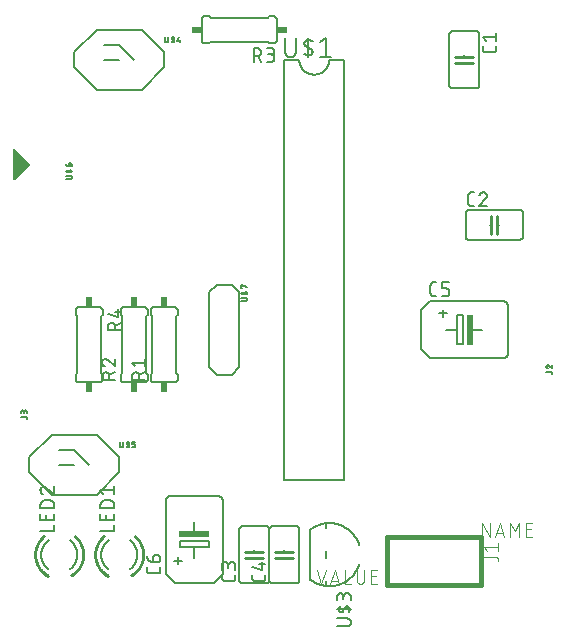
<source format=gbr>
G04 EAGLE Gerber X2 export*
%TF.Part,Single*%
%TF.FileFunction,Legend,Top,1*%
%TF.FilePolarity,Positive*%
%TF.GenerationSoftware,Autodesk,EAGLE,8.6.0*%
%TF.CreationDate,2018-04-17T04:18:31Z*%
G75*
%MOMM*%
%FSLAX34Y34*%
%LPD*%
%AMOC8*
5,1,8,0,0,1.08239X$1,22.5*%
G01*
%ADD10C,0.152400*%
%ADD11C,0.254000*%
%ADD12C,0.127000*%
%ADD13R,0.508000X2.540000*%
%ADD14R,2.540000X0.508000*%
%ADD15C,0.101600*%
%ADD16R,0.609600X0.863600*%
%ADD17R,0.863600X0.609600*%
%ADD18C,0.177800*%
%ADD19C,0.406400*%
%ADD20C,0.203200*%

G36*
X107Y354979D02*
X107Y354979D01*
X131Y354979D01*
X213Y355013D01*
X298Y355040D01*
X319Y355056D01*
X338Y355064D01*
X376Y355098D01*
X448Y355152D01*
X13148Y367852D01*
X13186Y367906D01*
X13231Y367953D01*
X13250Y367997D01*
X13277Y368036D01*
X13293Y368099D01*
X13319Y368160D01*
X13321Y368207D01*
X13333Y368253D01*
X13326Y368318D01*
X13329Y368384D01*
X13314Y368429D01*
X13309Y368476D01*
X13280Y368535D01*
X13260Y368598D01*
X13227Y368642D01*
X13210Y368677D01*
X13181Y368704D01*
X13148Y368748D01*
X448Y381448D01*
X421Y381468D01*
X415Y381474D01*
X402Y381481D01*
X375Y381499D01*
X306Y381555D01*
X284Y381563D01*
X264Y381577D01*
X178Y381599D01*
X94Y381627D01*
X70Y381627D01*
X47Y381633D01*
X-42Y381623D01*
X-131Y381621D01*
X-153Y381612D01*
X-176Y381609D01*
X-256Y381570D01*
X-338Y381536D01*
X-356Y381520D01*
X-377Y381510D01*
X-438Y381445D01*
X-504Y381385D01*
X-515Y381364D01*
X-531Y381347D01*
X-566Y381265D01*
X-607Y381185D01*
X-610Y381159D01*
X-619Y381140D01*
X-621Y381090D01*
X-623Y381077D01*
X-627Y381064D01*
X-627Y381049D01*
X-634Y381000D01*
X-634Y355600D01*
X-618Y355512D01*
X-609Y355424D01*
X-599Y355403D01*
X-595Y355379D01*
X-549Y355302D01*
X-510Y355223D01*
X-493Y355206D01*
X-480Y355186D01*
X-411Y355130D01*
X-347Y355069D01*
X-325Y355060D01*
X-306Y355045D01*
X-222Y355016D01*
X-140Y354981D01*
X-116Y354980D01*
X-94Y354973D01*
X-5Y354975D01*
X84Y354971D01*
X107Y354979D01*
G37*
D10*
X393700Y478790D02*
X393700Y435610D01*
X368300Y435610D02*
X368300Y478790D01*
X370840Y433070D02*
X391160Y433070D01*
X391160Y481330D02*
X370840Y481330D01*
X393700Y435610D02*
X393698Y435510D01*
X393692Y435411D01*
X393682Y435311D01*
X393669Y435213D01*
X393651Y435114D01*
X393630Y435017D01*
X393605Y434921D01*
X393576Y434825D01*
X393543Y434731D01*
X393507Y434638D01*
X393467Y434547D01*
X393423Y434457D01*
X393376Y434369D01*
X393326Y434283D01*
X393272Y434199D01*
X393215Y434117D01*
X393155Y434038D01*
X393091Y433960D01*
X393025Y433886D01*
X392956Y433814D01*
X392884Y433745D01*
X392810Y433679D01*
X392732Y433615D01*
X392653Y433555D01*
X392571Y433498D01*
X392487Y433444D01*
X392401Y433394D01*
X392313Y433347D01*
X392223Y433303D01*
X392132Y433263D01*
X392039Y433227D01*
X391945Y433194D01*
X391849Y433165D01*
X391753Y433140D01*
X391656Y433119D01*
X391557Y433101D01*
X391459Y433088D01*
X391359Y433078D01*
X391260Y433072D01*
X391160Y433070D01*
X393700Y478790D02*
X393698Y478890D01*
X393692Y478989D01*
X393682Y479089D01*
X393669Y479187D01*
X393651Y479286D01*
X393630Y479383D01*
X393605Y479479D01*
X393576Y479575D01*
X393543Y479669D01*
X393507Y479762D01*
X393467Y479853D01*
X393423Y479943D01*
X393376Y480031D01*
X393326Y480117D01*
X393272Y480201D01*
X393215Y480283D01*
X393155Y480362D01*
X393091Y480440D01*
X393025Y480514D01*
X392956Y480586D01*
X392884Y480655D01*
X392810Y480721D01*
X392732Y480785D01*
X392653Y480845D01*
X392571Y480902D01*
X392487Y480956D01*
X392401Y481006D01*
X392313Y481053D01*
X392223Y481097D01*
X392132Y481137D01*
X392039Y481173D01*
X391945Y481206D01*
X391849Y481235D01*
X391753Y481260D01*
X391656Y481281D01*
X391557Y481299D01*
X391459Y481312D01*
X391359Y481322D01*
X391260Y481328D01*
X391160Y481330D01*
X368300Y435610D02*
X368302Y435510D01*
X368308Y435411D01*
X368318Y435311D01*
X368331Y435213D01*
X368349Y435114D01*
X368370Y435017D01*
X368395Y434921D01*
X368424Y434825D01*
X368457Y434731D01*
X368493Y434638D01*
X368533Y434547D01*
X368577Y434457D01*
X368624Y434369D01*
X368674Y434283D01*
X368728Y434199D01*
X368785Y434117D01*
X368845Y434038D01*
X368909Y433960D01*
X368975Y433886D01*
X369044Y433814D01*
X369116Y433745D01*
X369190Y433679D01*
X369268Y433615D01*
X369347Y433555D01*
X369429Y433498D01*
X369513Y433444D01*
X369599Y433394D01*
X369687Y433347D01*
X369777Y433303D01*
X369868Y433263D01*
X369961Y433227D01*
X370055Y433194D01*
X370151Y433165D01*
X370247Y433140D01*
X370344Y433119D01*
X370443Y433101D01*
X370541Y433088D01*
X370641Y433078D01*
X370740Y433072D01*
X370840Y433070D01*
X368300Y478790D02*
X368302Y478890D01*
X368308Y478989D01*
X368318Y479089D01*
X368331Y479187D01*
X368349Y479286D01*
X368370Y479383D01*
X368395Y479479D01*
X368424Y479575D01*
X368457Y479669D01*
X368493Y479762D01*
X368533Y479853D01*
X368577Y479943D01*
X368624Y480031D01*
X368674Y480117D01*
X368728Y480201D01*
X368785Y480283D01*
X368845Y480362D01*
X368909Y480440D01*
X368975Y480514D01*
X369044Y480586D01*
X369116Y480655D01*
X369190Y480721D01*
X369268Y480785D01*
X369347Y480845D01*
X369429Y480902D01*
X369513Y480956D01*
X369599Y481006D01*
X369687Y481053D01*
X369777Y481097D01*
X369868Y481137D01*
X369961Y481173D01*
X370055Y481206D01*
X370151Y481235D01*
X370247Y481260D01*
X370344Y481281D01*
X370443Y481299D01*
X370541Y481312D01*
X370641Y481322D01*
X370740Y481328D01*
X370840Y481330D01*
X381000Y454660D02*
X381000Y453390D01*
D11*
X381000Y454660D02*
X388620Y454660D01*
X381000Y454660D02*
X373380Y454660D01*
X381000Y459740D02*
X388620Y459740D01*
X381000Y459740D02*
X373380Y459740D01*
D10*
X381000Y459740D02*
X381000Y461010D01*
D12*
X408305Y466053D02*
X408305Y468593D01*
X408305Y466053D02*
X408303Y465953D01*
X408297Y465854D01*
X408287Y465754D01*
X408274Y465656D01*
X408256Y465557D01*
X408235Y465460D01*
X408210Y465364D01*
X408181Y465268D01*
X408148Y465174D01*
X408112Y465081D01*
X408072Y464990D01*
X408028Y464900D01*
X407981Y464812D01*
X407931Y464726D01*
X407877Y464642D01*
X407820Y464560D01*
X407760Y464481D01*
X407696Y464403D01*
X407630Y464329D01*
X407561Y464257D01*
X407489Y464188D01*
X407415Y464122D01*
X407337Y464058D01*
X407258Y463998D01*
X407176Y463941D01*
X407092Y463887D01*
X407006Y463837D01*
X406918Y463790D01*
X406828Y463746D01*
X406737Y463706D01*
X406644Y463670D01*
X406550Y463637D01*
X406454Y463608D01*
X406358Y463583D01*
X406261Y463562D01*
X406162Y463544D01*
X406064Y463531D01*
X405964Y463521D01*
X405865Y463515D01*
X405765Y463513D01*
X399415Y463513D01*
X399315Y463515D01*
X399216Y463521D01*
X399116Y463531D01*
X399018Y463544D01*
X398919Y463562D01*
X398822Y463583D01*
X398726Y463608D01*
X398630Y463637D01*
X398536Y463670D01*
X398443Y463706D01*
X398352Y463746D01*
X398262Y463790D01*
X398174Y463837D01*
X398088Y463887D01*
X398004Y463941D01*
X397922Y463998D01*
X397843Y464058D01*
X397765Y464122D01*
X397691Y464188D01*
X397619Y464257D01*
X397550Y464329D01*
X397484Y464403D01*
X397420Y464481D01*
X397360Y464560D01*
X397303Y464642D01*
X397249Y464726D01*
X397199Y464812D01*
X397152Y464900D01*
X397108Y464990D01*
X397068Y465081D01*
X397032Y465174D01*
X396999Y465268D01*
X396970Y465364D01*
X396945Y465460D01*
X396924Y465557D01*
X396906Y465656D01*
X396893Y465754D01*
X396883Y465854D01*
X396877Y465953D01*
X396875Y466053D01*
X396875Y468593D01*
X399415Y473075D02*
X396875Y476250D01*
X408305Y476250D01*
X408305Y473075D02*
X408305Y479425D01*
D10*
X427990Y330200D02*
X384810Y330200D01*
X384810Y304800D02*
X427990Y304800D01*
X430530Y307340D02*
X430530Y327660D01*
X382270Y327660D02*
X382270Y307340D01*
X427990Y330200D02*
X428090Y330198D01*
X428189Y330192D01*
X428289Y330182D01*
X428387Y330169D01*
X428486Y330151D01*
X428583Y330130D01*
X428679Y330105D01*
X428775Y330076D01*
X428869Y330043D01*
X428962Y330007D01*
X429053Y329967D01*
X429143Y329923D01*
X429231Y329876D01*
X429317Y329826D01*
X429401Y329772D01*
X429483Y329715D01*
X429562Y329655D01*
X429640Y329591D01*
X429714Y329525D01*
X429786Y329456D01*
X429855Y329384D01*
X429921Y329310D01*
X429985Y329232D01*
X430045Y329153D01*
X430102Y329071D01*
X430156Y328987D01*
X430206Y328901D01*
X430253Y328813D01*
X430297Y328723D01*
X430337Y328632D01*
X430373Y328539D01*
X430406Y328445D01*
X430435Y328349D01*
X430460Y328253D01*
X430481Y328156D01*
X430499Y328057D01*
X430512Y327959D01*
X430522Y327859D01*
X430528Y327760D01*
X430530Y327660D01*
X384810Y330200D02*
X384710Y330198D01*
X384611Y330192D01*
X384511Y330182D01*
X384413Y330169D01*
X384314Y330151D01*
X384217Y330130D01*
X384121Y330105D01*
X384025Y330076D01*
X383931Y330043D01*
X383838Y330007D01*
X383747Y329967D01*
X383657Y329923D01*
X383569Y329876D01*
X383483Y329826D01*
X383399Y329772D01*
X383317Y329715D01*
X383238Y329655D01*
X383160Y329591D01*
X383086Y329525D01*
X383014Y329456D01*
X382945Y329384D01*
X382879Y329310D01*
X382815Y329232D01*
X382755Y329153D01*
X382698Y329071D01*
X382644Y328987D01*
X382594Y328901D01*
X382547Y328813D01*
X382503Y328723D01*
X382463Y328632D01*
X382427Y328539D01*
X382394Y328445D01*
X382365Y328349D01*
X382340Y328253D01*
X382319Y328156D01*
X382301Y328057D01*
X382288Y327959D01*
X382278Y327859D01*
X382272Y327760D01*
X382270Y327660D01*
X427990Y304800D02*
X428090Y304802D01*
X428189Y304808D01*
X428289Y304818D01*
X428387Y304831D01*
X428486Y304849D01*
X428583Y304870D01*
X428679Y304895D01*
X428775Y304924D01*
X428869Y304957D01*
X428962Y304993D01*
X429053Y305033D01*
X429143Y305077D01*
X429231Y305124D01*
X429317Y305174D01*
X429401Y305228D01*
X429483Y305285D01*
X429562Y305345D01*
X429640Y305409D01*
X429714Y305475D01*
X429786Y305544D01*
X429855Y305616D01*
X429921Y305690D01*
X429985Y305768D01*
X430045Y305847D01*
X430102Y305929D01*
X430156Y306013D01*
X430206Y306099D01*
X430253Y306187D01*
X430297Y306277D01*
X430337Y306368D01*
X430373Y306461D01*
X430406Y306555D01*
X430435Y306651D01*
X430460Y306747D01*
X430481Y306844D01*
X430499Y306943D01*
X430512Y307041D01*
X430522Y307141D01*
X430528Y307240D01*
X430530Y307340D01*
X384810Y304800D02*
X384710Y304802D01*
X384611Y304808D01*
X384511Y304818D01*
X384413Y304831D01*
X384314Y304849D01*
X384217Y304870D01*
X384121Y304895D01*
X384025Y304924D01*
X383931Y304957D01*
X383838Y304993D01*
X383747Y305033D01*
X383657Y305077D01*
X383569Y305124D01*
X383483Y305174D01*
X383399Y305228D01*
X383317Y305285D01*
X383238Y305345D01*
X383160Y305409D01*
X383086Y305475D01*
X383014Y305544D01*
X382945Y305616D01*
X382879Y305690D01*
X382815Y305768D01*
X382755Y305847D01*
X382698Y305929D01*
X382644Y306013D01*
X382594Y306099D01*
X382547Y306187D01*
X382503Y306277D01*
X382463Y306368D01*
X382427Y306461D01*
X382394Y306555D01*
X382365Y306651D01*
X382340Y306747D01*
X382319Y306844D01*
X382301Y306943D01*
X382288Y307041D01*
X382278Y307141D01*
X382272Y307240D01*
X382270Y307340D01*
X408940Y317500D02*
X410210Y317500D01*
D11*
X408940Y317500D02*
X408940Y325120D01*
X408940Y317500D02*
X408940Y309880D01*
X403860Y317500D02*
X403860Y325120D01*
X403860Y317500D02*
X403860Y309880D01*
D10*
X403860Y317500D02*
X402590Y317500D01*
D12*
X389255Y333375D02*
X386715Y333375D01*
X386615Y333377D01*
X386516Y333383D01*
X386416Y333393D01*
X386318Y333406D01*
X386219Y333424D01*
X386122Y333445D01*
X386026Y333470D01*
X385930Y333499D01*
X385836Y333532D01*
X385743Y333568D01*
X385652Y333608D01*
X385562Y333652D01*
X385474Y333699D01*
X385388Y333749D01*
X385304Y333803D01*
X385222Y333860D01*
X385143Y333920D01*
X385065Y333984D01*
X384991Y334050D01*
X384919Y334119D01*
X384850Y334191D01*
X384784Y334265D01*
X384720Y334343D01*
X384660Y334422D01*
X384603Y334504D01*
X384549Y334588D01*
X384499Y334674D01*
X384452Y334762D01*
X384408Y334852D01*
X384368Y334943D01*
X384332Y335036D01*
X384299Y335130D01*
X384270Y335226D01*
X384245Y335322D01*
X384224Y335419D01*
X384206Y335518D01*
X384193Y335616D01*
X384183Y335716D01*
X384177Y335815D01*
X384175Y335915D01*
X384175Y342265D01*
X384177Y342365D01*
X384183Y342464D01*
X384193Y342564D01*
X384206Y342662D01*
X384224Y342761D01*
X384245Y342858D01*
X384270Y342954D01*
X384299Y343050D01*
X384332Y343144D01*
X384368Y343237D01*
X384408Y343328D01*
X384452Y343418D01*
X384499Y343506D01*
X384549Y343592D01*
X384603Y343676D01*
X384660Y343758D01*
X384720Y343837D01*
X384784Y343915D01*
X384850Y343989D01*
X384919Y344061D01*
X384991Y344130D01*
X385065Y344196D01*
X385143Y344260D01*
X385222Y344320D01*
X385304Y344377D01*
X385388Y344431D01*
X385474Y344481D01*
X385562Y344528D01*
X385652Y344572D01*
X385743Y344612D01*
X385836Y344648D01*
X385930Y344681D01*
X386026Y344710D01*
X386122Y344735D01*
X386219Y344756D01*
X386318Y344774D01*
X386416Y344787D01*
X386516Y344797D01*
X386615Y344803D01*
X386715Y344805D01*
X389255Y344805D01*
X397230Y344806D02*
X397334Y344804D01*
X397439Y344798D01*
X397543Y344789D01*
X397646Y344776D01*
X397749Y344758D01*
X397851Y344738D01*
X397953Y344713D01*
X398053Y344685D01*
X398153Y344653D01*
X398251Y344617D01*
X398348Y344578D01*
X398443Y344536D01*
X398537Y344490D01*
X398629Y344440D01*
X398719Y344388D01*
X398807Y344332D01*
X398893Y344272D01*
X398977Y344210D01*
X399058Y344145D01*
X399137Y344077D01*
X399214Y344005D01*
X399287Y343932D01*
X399359Y343855D01*
X399427Y343776D01*
X399492Y343695D01*
X399554Y343611D01*
X399614Y343525D01*
X399670Y343437D01*
X399722Y343347D01*
X399772Y343255D01*
X399818Y343161D01*
X399860Y343066D01*
X399899Y342969D01*
X399935Y342871D01*
X399967Y342771D01*
X399995Y342671D01*
X400020Y342569D01*
X400040Y342467D01*
X400058Y342364D01*
X400071Y342261D01*
X400080Y342157D01*
X400086Y342052D01*
X400088Y341948D01*
X397230Y344805D02*
X397112Y344803D01*
X396993Y344797D01*
X396875Y344788D01*
X396758Y344775D01*
X396641Y344757D01*
X396524Y344737D01*
X396408Y344712D01*
X396293Y344684D01*
X396180Y344651D01*
X396067Y344616D01*
X395955Y344576D01*
X395845Y344534D01*
X395736Y344487D01*
X395628Y344437D01*
X395523Y344384D01*
X395419Y344327D01*
X395317Y344267D01*
X395217Y344204D01*
X395119Y344137D01*
X395023Y344068D01*
X394930Y343995D01*
X394839Y343919D01*
X394750Y343841D01*
X394664Y343759D01*
X394581Y343675D01*
X394500Y343589D01*
X394423Y343499D01*
X394348Y343408D01*
X394276Y343314D01*
X394207Y343217D01*
X394142Y343119D01*
X394079Y343018D01*
X394020Y342915D01*
X393964Y342811D01*
X393912Y342705D01*
X393863Y342597D01*
X393818Y342488D01*
X393776Y342377D01*
X393738Y342265D01*
X399135Y339726D02*
X399211Y339801D01*
X399286Y339880D01*
X399357Y339961D01*
X399426Y340045D01*
X399491Y340131D01*
X399553Y340219D01*
X399613Y340309D01*
X399669Y340401D01*
X399722Y340496D01*
X399771Y340592D01*
X399817Y340690D01*
X399860Y340789D01*
X399899Y340890D01*
X399934Y340992D01*
X399966Y341095D01*
X399994Y341199D01*
X400019Y341304D01*
X400040Y341411D01*
X400057Y341517D01*
X400070Y341624D01*
X400079Y341732D01*
X400085Y341840D01*
X400087Y341948D01*
X399135Y339725D02*
X393737Y333375D01*
X400087Y333375D01*
D10*
X190500Y59690D02*
X190500Y16510D01*
X215900Y16510D02*
X215900Y59690D01*
X213360Y62230D02*
X193040Y62230D01*
X193040Y13970D02*
X213360Y13970D01*
X190500Y59690D02*
X190502Y59790D01*
X190508Y59889D01*
X190518Y59989D01*
X190531Y60087D01*
X190549Y60186D01*
X190570Y60283D01*
X190595Y60379D01*
X190624Y60475D01*
X190657Y60569D01*
X190693Y60662D01*
X190733Y60753D01*
X190777Y60843D01*
X190824Y60931D01*
X190874Y61017D01*
X190928Y61101D01*
X190985Y61183D01*
X191045Y61262D01*
X191109Y61340D01*
X191175Y61414D01*
X191244Y61486D01*
X191316Y61555D01*
X191390Y61621D01*
X191468Y61685D01*
X191547Y61745D01*
X191629Y61802D01*
X191713Y61856D01*
X191799Y61906D01*
X191887Y61953D01*
X191977Y61997D01*
X192068Y62037D01*
X192161Y62073D01*
X192255Y62106D01*
X192351Y62135D01*
X192447Y62160D01*
X192544Y62181D01*
X192643Y62199D01*
X192741Y62212D01*
X192841Y62222D01*
X192940Y62228D01*
X193040Y62230D01*
X190500Y16510D02*
X190502Y16410D01*
X190508Y16311D01*
X190518Y16211D01*
X190531Y16113D01*
X190549Y16014D01*
X190570Y15917D01*
X190595Y15821D01*
X190624Y15725D01*
X190657Y15631D01*
X190693Y15538D01*
X190733Y15447D01*
X190777Y15357D01*
X190824Y15269D01*
X190874Y15183D01*
X190928Y15099D01*
X190985Y15017D01*
X191045Y14938D01*
X191109Y14860D01*
X191175Y14786D01*
X191244Y14714D01*
X191316Y14645D01*
X191390Y14579D01*
X191468Y14515D01*
X191547Y14455D01*
X191629Y14398D01*
X191713Y14344D01*
X191799Y14294D01*
X191887Y14247D01*
X191977Y14203D01*
X192068Y14163D01*
X192161Y14127D01*
X192255Y14094D01*
X192351Y14065D01*
X192447Y14040D01*
X192544Y14019D01*
X192643Y14001D01*
X192741Y13988D01*
X192841Y13978D01*
X192940Y13972D01*
X193040Y13970D01*
X215900Y59690D02*
X215898Y59790D01*
X215892Y59889D01*
X215882Y59989D01*
X215869Y60087D01*
X215851Y60186D01*
X215830Y60283D01*
X215805Y60379D01*
X215776Y60475D01*
X215743Y60569D01*
X215707Y60662D01*
X215667Y60753D01*
X215623Y60843D01*
X215576Y60931D01*
X215526Y61017D01*
X215472Y61101D01*
X215415Y61183D01*
X215355Y61262D01*
X215291Y61340D01*
X215225Y61414D01*
X215156Y61486D01*
X215084Y61555D01*
X215010Y61621D01*
X214932Y61685D01*
X214853Y61745D01*
X214771Y61802D01*
X214687Y61856D01*
X214601Y61906D01*
X214513Y61953D01*
X214423Y61997D01*
X214332Y62037D01*
X214239Y62073D01*
X214145Y62106D01*
X214049Y62135D01*
X213953Y62160D01*
X213856Y62181D01*
X213757Y62199D01*
X213659Y62212D01*
X213559Y62222D01*
X213460Y62228D01*
X213360Y62230D01*
X215900Y16510D02*
X215898Y16410D01*
X215892Y16311D01*
X215882Y16211D01*
X215869Y16113D01*
X215851Y16014D01*
X215830Y15917D01*
X215805Y15821D01*
X215776Y15725D01*
X215743Y15631D01*
X215707Y15538D01*
X215667Y15447D01*
X215623Y15357D01*
X215576Y15269D01*
X215526Y15183D01*
X215472Y15099D01*
X215415Y15017D01*
X215355Y14938D01*
X215291Y14860D01*
X215225Y14786D01*
X215156Y14714D01*
X215084Y14645D01*
X215010Y14579D01*
X214932Y14515D01*
X214853Y14455D01*
X214771Y14398D01*
X214687Y14344D01*
X214601Y14294D01*
X214513Y14247D01*
X214423Y14203D01*
X214332Y14163D01*
X214239Y14127D01*
X214145Y14094D01*
X214049Y14065D01*
X213953Y14040D01*
X213856Y14019D01*
X213757Y14001D01*
X213659Y13988D01*
X213559Y13978D01*
X213460Y13972D01*
X213360Y13970D01*
X203200Y40640D02*
X203200Y41910D01*
D11*
X203200Y40640D02*
X195580Y40640D01*
X203200Y40640D02*
X210820Y40640D01*
X203200Y35560D02*
X195580Y35560D01*
X203200Y35560D02*
X210820Y35560D01*
D10*
X203200Y35560D02*
X203200Y34290D01*
D12*
X187325Y20955D02*
X187325Y18415D01*
X187323Y18315D01*
X187317Y18216D01*
X187307Y18116D01*
X187294Y18018D01*
X187276Y17919D01*
X187255Y17822D01*
X187230Y17726D01*
X187201Y17630D01*
X187168Y17536D01*
X187132Y17443D01*
X187092Y17352D01*
X187048Y17262D01*
X187001Y17174D01*
X186951Y17088D01*
X186897Y17004D01*
X186840Y16922D01*
X186780Y16843D01*
X186716Y16765D01*
X186650Y16691D01*
X186581Y16619D01*
X186509Y16550D01*
X186435Y16484D01*
X186357Y16420D01*
X186278Y16360D01*
X186196Y16303D01*
X186112Y16249D01*
X186026Y16199D01*
X185938Y16152D01*
X185848Y16108D01*
X185757Y16068D01*
X185664Y16032D01*
X185570Y15999D01*
X185474Y15970D01*
X185378Y15945D01*
X185281Y15924D01*
X185182Y15906D01*
X185084Y15893D01*
X184984Y15883D01*
X184885Y15877D01*
X184785Y15875D01*
X178435Y15875D01*
X178335Y15877D01*
X178236Y15883D01*
X178136Y15893D01*
X178038Y15906D01*
X177939Y15924D01*
X177842Y15945D01*
X177746Y15970D01*
X177650Y15999D01*
X177556Y16032D01*
X177463Y16068D01*
X177372Y16108D01*
X177282Y16152D01*
X177194Y16199D01*
X177108Y16249D01*
X177024Y16303D01*
X176942Y16360D01*
X176863Y16420D01*
X176785Y16484D01*
X176711Y16550D01*
X176639Y16619D01*
X176570Y16691D01*
X176504Y16765D01*
X176440Y16843D01*
X176380Y16922D01*
X176323Y17004D01*
X176269Y17088D01*
X176219Y17174D01*
X176172Y17262D01*
X176128Y17352D01*
X176088Y17443D01*
X176052Y17536D01*
X176019Y17630D01*
X175990Y17726D01*
X175965Y17822D01*
X175944Y17919D01*
X175926Y18018D01*
X175913Y18116D01*
X175903Y18216D01*
X175897Y18315D01*
X175895Y18415D01*
X175895Y20955D01*
X187325Y25437D02*
X187325Y28612D01*
X187323Y28723D01*
X187317Y28833D01*
X187308Y28944D01*
X187294Y29054D01*
X187277Y29163D01*
X187256Y29272D01*
X187231Y29380D01*
X187202Y29487D01*
X187170Y29593D01*
X187134Y29698D01*
X187094Y29801D01*
X187051Y29903D01*
X187004Y30004D01*
X186953Y30103D01*
X186900Y30200D01*
X186843Y30294D01*
X186782Y30387D01*
X186719Y30478D01*
X186652Y30567D01*
X186582Y30653D01*
X186509Y30736D01*
X186434Y30818D01*
X186356Y30896D01*
X186274Y30971D01*
X186191Y31044D01*
X186105Y31114D01*
X186016Y31181D01*
X185925Y31244D01*
X185832Y31305D01*
X185738Y31362D01*
X185641Y31415D01*
X185542Y31466D01*
X185441Y31513D01*
X185339Y31556D01*
X185236Y31596D01*
X185131Y31632D01*
X185025Y31664D01*
X184918Y31693D01*
X184810Y31718D01*
X184701Y31739D01*
X184592Y31756D01*
X184482Y31770D01*
X184371Y31779D01*
X184261Y31785D01*
X184150Y31787D01*
X184039Y31785D01*
X183929Y31779D01*
X183818Y31770D01*
X183708Y31756D01*
X183599Y31739D01*
X183490Y31718D01*
X183382Y31693D01*
X183275Y31664D01*
X183169Y31632D01*
X183064Y31596D01*
X182961Y31556D01*
X182859Y31513D01*
X182758Y31466D01*
X182659Y31415D01*
X182563Y31362D01*
X182468Y31305D01*
X182375Y31244D01*
X182284Y31181D01*
X182195Y31114D01*
X182109Y31044D01*
X182026Y30971D01*
X181944Y30896D01*
X181866Y30818D01*
X181791Y30736D01*
X181718Y30653D01*
X181648Y30567D01*
X181581Y30478D01*
X181518Y30387D01*
X181457Y30294D01*
X181400Y30199D01*
X181347Y30103D01*
X181296Y30004D01*
X181249Y29903D01*
X181206Y29801D01*
X181166Y29698D01*
X181130Y29593D01*
X181098Y29487D01*
X181069Y29380D01*
X181044Y29272D01*
X181023Y29163D01*
X181006Y29054D01*
X180992Y28944D01*
X180983Y28833D01*
X180977Y28723D01*
X180975Y28612D01*
X175895Y29247D02*
X175895Y25437D01*
X175895Y29247D02*
X175897Y29347D01*
X175903Y29446D01*
X175913Y29546D01*
X175926Y29644D01*
X175944Y29743D01*
X175965Y29840D01*
X175990Y29936D01*
X176019Y30032D01*
X176052Y30126D01*
X176088Y30219D01*
X176128Y30310D01*
X176172Y30400D01*
X176219Y30488D01*
X176269Y30574D01*
X176323Y30658D01*
X176380Y30740D01*
X176440Y30819D01*
X176504Y30897D01*
X176570Y30971D01*
X176639Y31043D01*
X176711Y31112D01*
X176785Y31178D01*
X176863Y31242D01*
X176942Y31302D01*
X177024Y31359D01*
X177108Y31413D01*
X177194Y31463D01*
X177282Y31510D01*
X177372Y31554D01*
X177463Y31594D01*
X177556Y31630D01*
X177650Y31663D01*
X177746Y31692D01*
X177842Y31717D01*
X177939Y31738D01*
X178038Y31756D01*
X178136Y31769D01*
X178236Y31779D01*
X178335Y31785D01*
X178435Y31787D01*
X178535Y31785D01*
X178634Y31779D01*
X178734Y31769D01*
X178832Y31756D01*
X178931Y31738D01*
X179028Y31717D01*
X179124Y31692D01*
X179220Y31663D01*
X179314Y31630D01*
X179407Y31594D01*
X179498Y31554D01*
X179588Y31510D01*
X179676Y31463D01*
X179762Y31413D01*
X179846Y31359D01*
X179928Y31302D01*
X180007Y31242D01*
X180085Y31178D01*
X180159Y31112D01*
X180231Y31043D01*
X180300Y30971D01*
X180366Y30897D01*
X180430Y30819D01*
X180490Y30740D01*
X180547Y30658D01*
X180601Y30574D01*
X180651Y30488D01*
X180698Y30400D01*
X180742Y30310D01*
X180782Y30219D01*
X180818Y30126D01*
X180851Y30032D01*
X180880Y29936D01*
X180905Y29840D01*
X180926Y29743D01*
X180944Y29644D01*
X180957Y29546D01*
X180967Y29446D01*
X180973Y29347D01*
X180975Y29247D01*
X180975Y26707D01*
D10*
X215900Y16510D02*
X215900Y59690D01*
X241300Y59690D02*
X241300Y16510D01*
X238760Y62230D02*
X218440Y62230D01*
X218440Y13970D02*
X238760Y13970D01*
X215900Y59690D02*
X215902Y59790D01*
X215908Y59889D01*
X215918Y59989D01*
X215931Y60087D01*
X215949Y60186D01*
X215970Y60283D01*
X215995Y60379D01*
X216024Y60475D01*
X216057Y60569D01*
X216093Y60662D01*
X216133Y60753D01*
X216177Y60843D01*
X216224Y60931D01*
X216274Y61017D01*
X216328Y61101D01*
X216385Y61183D01*
X216445Y61262D01*
X216509Y61340D01*
X216575Y61414D01*
X216644Y61486D01*
X216716Y61555D01*
X216790Y61621D01*
X216868Y61685D01*
X216947Y61745D01*
X217029Y61802D01*
X217113Y61856D01*
X217199Y61906D01*
X217287Y61953D01*
X217377Y61997D01*
X217468Y62037D01*
X217561Y62073D01*
X217655Y62106D01*
X217751Y62135D01*
X217847Y62160D01*
X217944Y62181D01*
X218043Y62199D01*
X218141Y62212D01*
X218241Y62222D01*
X218340Y62228D01*
X218440Y62230D01*
X215900Y16510D02*
X215902Y16410D01*
X215908Y16311D01*
X215918Y16211D01*
X215931Y16113D01*
X215949Y16014D01*
X215970Y15917D01*
X215995Y15821D01*
X216024Y15725D01*
X216057Y15631D01*
X216093Y15538D01*
X216133Y15447D01*
X216177Y15357D01*
X216224Y15269D01*
X216274Y15183D01*
X216328Y15099D01*
X216385Y15017D01*
X216445Y14938D01*
X216509Y14860D01*
X216575Y14786D01*
X216644Y14714D01*
X216716Y14645D01*
X216790Y14579D01*
X216868Y14515D01*
X216947Y14455D01*
X217029Y14398D01*
X217113Y14344D01*
X217199Y14294D01*
X217287Y14247D01*
X217377Y14203D01*
X217468Y14163D01*
X217561Y14127D01*
X217655Y14094D01*
X217751Y14065D01*
X217847Y14040D01*
X217944Y14019D01*
X218043Y14001D01*
X218141Y13988D01*
X218241Y13978D01*
X218340Y13972D01*
X218440Y13970D01*
X241300Y59690D02*
X241298Y59790D01*
X241292Y59889D01*
X241282Y59989D01*
X241269Y60087D01*
X241251Y60186D01*
X241230Y60283D01*
X241205Y60379D01*
X241176Y60475D01*
X241143Y60569D01*
X241107Y60662D01*
X241067Y60753D01*
X241023Y60843D01*
X240976Y60931D01*
X240926Y61017D01*
X240872Y61101D01*
X240815Y61183D01*
X240755Y61262D01*
X240691Y61340D01*
X240625Y61414D01*
X240556Y61486D01*
X240484Y61555D01*
X240410Y61621D01*
X240332Y61685D01*
X240253Y61745D01*
X240171Y61802D01*
X240087Y61856D01*
X240001Y61906D01*
X239913Y61953D01*
X239823Y61997D01*
X239732Y62037D01*
X239639Y62073D01*
X239545Y62106D01*
X239449Y62135D01*
X239353Y62160D01*
X239256Y62181D01*
X239157Y62199D01*
X239059Y62212D01*
X238959Y62222D01*
X238860Y62228D01*
X238760Y62230D01*
X241300Y16510D02*
X241298Y16410D01*
X241292Y16311D01*
X241282Y16211D01*
X241269Y16113D01*
X241251Y16014D01*
X241230Y15917D01*
X241205Y15821D01*
X241176Y15725D01*
X241143Y15631D01*
X241107Y15538D01*
X241067Y15447D01*
X241023Y15357D01*
X240976Y15269D01*
X240926Y15183D01*
X240872Y15099D01*
X240815Y15017D01*
X240755Y14938D01*
X240691Y14860D01*
X240625Y14786D01*
X240556Y14714D01*
X240484Y14645D01*
X240410Y14579D01*
X240332Y14515D01*
X240253Y14455D01*
X240171Y14398D01*
X240087Y14344D01*
X240001Y14294D01*
X239913Y14247D01*
X239823Y14203D01*
X239732Y14163D01*
X239639Y14127D01*
X239545Y14094D01*
X239449Y14065D01*
X239353Y14040D01*
X239256Y14019D01*
X239157Y14001D01*
X239059Y13988D01*
X238959Y13978D01*
X238860Y13972D01*
X238760Y13970D01*
X228600Y40640D02*
X228600Y41910D01*
D11*
X228600Y40640D02*
X220980Y40640D01*
X228600Y40640D02*
X236220Y40640D01*
X228600Y35560D02*
X220980Y35560D01*
X228600Y35560D02*
X236220Y35560D01*
D10*
X228600Y35560D02*
X228600Y34290D01*
D12*
X212725Y20955D02*
X212725Y18415D01*
X212723Y18315D01*
X212717Y18216D01*
X212707Y18116D01*
X212694Y18018D01*
X212676Y17919D01*
X212655Y17822D01*
X212630Y17726D01*
X212601Y17630D01*
X212568Y17536D01*
X212532Y17443D01*
X212492Y17352D01*
X212448Y17262D01*
X212401Y17174D01*
X212351Y17088D01*
X212297Y17004D01*
X212240Y16922D01*
X212180Y16843D01*
X212116Y16765D01*
X212050Y16691D01*
X211981Y16619D01*
X211909Y16550D01*
X211835Y16484D01*
X211757Y16420D01*
X211678Y16360D01*
X211596Y16303D01*
X211512Y16249D01*
X211426Y16199D01*
X211338Y16152D01*
X211248Y16108D01*
X211157Y16068D01*
X211064Y16032D01*
X210970Y15999D01*
X210874Y15970D01*
X210778Y15945D01*
X210681Y15924D01*
X210582Y15906D01*
X210484Y15893D01*
X210384Y15883D01*
X210285Y15877D01*
X210185Y15875D01*
X203835Y15875D01*
X203735Y15877D01*
X203636Y15883D01*
X203536Y15893D01*
X203438Y15906D01*
X203339Y15924D01*
X203242Y15945D01*
X203146Y15970D01*
X203050Y15999D01*
X202956Y16032D01*
X202863Y16068D01*
X202772Y16108D01*
X202682Y16152D01*
X202594Y16199D01*
X202508Y16249D01*
X202424Y16303D01*
X202342Y16360D01*
X202263Y16420D01*
X202185Y16484D01*
X202111Y16550D01*
X202039Y16619D01*
X201970Y16691D01*
X201904Y16765D01*
X201840Y16843D01*
X201780Y16922D01*
X201723Y17004D01*
X201669Y17088D01*
X201619Y17174D01*
X201572Y17262D01*
X201528Y17352D01*
X201488Y17443D01*
X201452Y17536D01*
X201419Y17630D01*
X201390Y17726D01*
X201365Y17822D01*
X201344Y17919D01*
X201326Y18018D01*
X201313Y18116D01*
X201303Y18216D01*
X201297Y18315D01*
X201295Y18415D01*
X201295Y20955D01*
X201295Y27977D02*
X210185Y25437D01*
X210185Y31787D01*
X207645Y29882D02*
X212725Y29882D01*
D10*
X351790Y252730D02*
X414020Y252730D01*
X417830Y248920D02*
X417830Y208280D01*
X414020Y204470D02*
X351790Y204470D01*
X344170Y245110D02*
X351790Y252730D01*
X363220Y245364D02*
X363220Y239014D01*
X366522Y242316D02*
X359918Y242316D01*
X365760Y228600D02*
X374650Y228600D01*
X374650Y216408D01*
X379730Y216408D01*
X379730Y240792D01*
X374650Y240792D01*
X374650Y228600D01*
X387350Y228600D02*
X396240Y228600D01*
X351790Y204470D02*
X344170Y212090D01*
X344170Y245110D01*
X414020Y252730D02*
X414142Y252728D01*
X414264Y252722D01*
X414386Y252712D01*
X414507Y252699D01*
X414628Y252681D01*
X414748Y252660D01*
X414868Y252634D01*
X414986Y252605D01*
X415104Y252573D01*
X415221Y252536D01*
X415336Y252496D01*
X415450Y252452D01*
X415562Y252404D01*
X415673Y252353D01*
X415782Y252298D01*
X415890Y252240D01*
X415995Y252178D01*
X416098Y252113D01*
X416200Y252045D01*
X416299Y251973D01*
X416395Y251899D01*
X416490Y251821D01*
X416581Y251740D01*
X416671Y251657D01*
X416757Y251571D01*
X416840Y251481D01*
X416921Y251390D01*
X416999Y251295D01*
X417073Y251199D01*
X417145Y251100D01*
X417213Y250998D01*
X417278Y250895D01*
X417340Y250790D01*
X417398Y250682D01*
X417453Y250573D01*
X417504Y250462D01*
X417552Y250350D01*
X417596Y250236D01*
X417636Y250121D01*
X417673Y250004D01*
X417705Y249886D01*
X417734Y249768D01*
X417760Y249648D01*
X417781Y249528D01*
X417799Y249407D01*
X417812Y249286D01*
X417822Y249164D01*
X417828Y249042D01*
X417830Y248920D01*
X417830Y208280D02*
X417828Y208158D01*
X417822Y208036D01*
X417812Y207914D01*
X417799Y207793D01*
X417781Y207672D01*
X417760Y207552D01*
X417734Y207432D01*
X417705Y207314D01*
X417673Y207196D01*
X417636Y207079D01*
X417596Y206964D01*
X417552Y206850D01*
X417504Y206738D01*
X417453Y206627D01*
X417398Y206518D01*
X417340Y206410D01*
X417278Y206305D01*
X417213Y206202D01*
X417145Y206100D01*
X417073Y206001D01*
X416999Y205905D01*
X416921Y205810D01*
X416840Y205719D01*
X416757Y205629D01*
X416671Y205543D01*
X416581Y205460D01*
X416490Y205379D01*
X416395Y205301D01*
X416299Y205227D01*
X416200Y205155D01*
X416098Y205087D01*
X415995Y205022D01*
X415890Y204960D01*
X415782Y204902D01*
X415673Y204847D01*
X415562Y204796D01*
X415450Y204748D01*
X415336Y204704D01*
X415221Y204664D01*
X415104Y204627D01*
X414986Y204595D01*
X414868Y204566D01*
X414748Y204540D01*
X414628Y204519D01*
X414507Y204501D01*
X414386Y204488D01*
X414264Y204478D01*
X414142Y204472D01*
X414020Y204470D01*
D12*
X357505Y257175D02*
X354965Y257175D01*
X354865Y257177D01*
X354766Y257183D01*
X354666Y257193D01*
X354568Y257206D01*
X354469Y257224D01*
X354372Y257245D01*
X354276Y257270D01*
X354180Y257299D01*
X354086Y257332D01*
X353993Y257368D01*
X353902Y257408D01*
X353812Y257452D01*
X353724Y257499D01*
X353638Y257549D01*
X353554Y257603D01*
X353472Y257660D01*
X353393Y257720D01*
X353315Y257784D01*
X353241Y257850D01*
X353169Y257919D01*
X353100Y257991D01*
X353034Y258065D01*
X352970Y258143D01*
X352910Y258222D01*
X352853Y258304D01*
X352799Y258388D01*
X352749Y258474D01*
X352702Y258562D01*
X352658Y258652D01*
X352618Y258743D01*
X352582Y258836D01*
X352549Y258930D01*
X352520Y259026D01*
X352495Y259122D01*
X352474Y259219D01*
X352456Y259318D01*
X352443Y259416D01*
X352433Y259516D01*
X352427Y259615D01*
X352425Y259715D01*
X352425Y266065D01*
X352427Y266165D01*
X352433Y266264D01*
X352443Y266364D01*
X352456Y266462D01*
X352474Y266561D01*
X352495Y266658D01*
X352520Y266754D01*
X352549Y266850D01*
X352582Y266944D01*
X352618Y267037D01*
X352658Y267128D01*
X352702Y267218D01*
X352749Y267306D01*
X352799Y267392D01*
X352853Y267476D01*
X352910Y267558D01*
X352970Y267637D01*
X353034Y267715D01*
X353100Y267789D01*
X353169Y267861D01*
X353241Y267930D01*
X353315Y267996D01*
X353393Y268060D01*
X353472Y268120D01*
X353554Y268177D01*
X353638Y268231D01*
X353724Y268281D01*
X353812Y268328D01*
X353902Y268372D01*
X353993Y268412D01*
X354086Y268448D01*
X354180Y268481D01*
X354276Y268510D01*
X354372Y268535D01*
X354469Y268556D01*
X354568Y268574D01*
X354666Y268587D01*
X354766Y268597D01*
X354865Y268603D01*
X354965Y268605D01*
X357505Y268605D01*
X361987Y257175D02*
X365797Y257175D01*
X365897Y257177D01*
X365996Y257183D01*
X366096Y257193D01*
X366194Y257206D01*
X366293Y257224D01*
X366390Y257245D01*
X366486Y257270D01*
X366582Y257299D01*
X366676Y257332D01*
X366769Y257368D01*
X366860Y257408D01*
X366950Y257452D01*
X367038Y257499D01*
X367124Y257549D01*
X367208Y257603D01*
X367290Y257660D01*
X367369Y257720D01*
X367447Y257784D01*
X367521Y257850D01*
X367593Y257919D01*
X367662Y257991D01*
X367728Y258065D01*
X367792Y258143D01*
X367852Y258222D01*
X367909Y258304D01*
X367963Y258388D01*
X368013Y258474D01*
X368060Y258562D01*
X368104Y258652D01*
X368144Y258743D01*
X368180Y258836D01*
X368213Y258930D01*
X368242Y259026D01*
X368267Y259122D01*
X368288Y259219D01*
X368306Y259318D01*
X368319Y259416D01*
X368329Y259516D01*
X368335Y259615D01*
X368337Y259715D01*
X368337Y260985D01*
X368335Y261085D01*
X368329Y261184D01*
X368319Y261284D01*
X368306Y261382D01*
X368288Y261481D01*
X368267Y261578D01*
X368242Y261674D01*
X368213Y261770D01*
X368180Y261864D01*
X368144Y261957D01*
X368104Y262048D01*
X368060Y262138D01*
X368013Y262226D01*
X367963Y262312D01*
X367909Y262396D01*
X367852Y262478D01*
X367792Y262557D01*
X367728Y262635D01*
X367662Y262709D01*
X367593Y262781D01*
X367521Y262850D01*
X367447Y262916D01*
X367369Y262980D01*
X367290Y263040D01*
X367208Y263097D01*
X367124Y263151D01*
X367038Y263201D01*
X366950Y263248D01*
X366860Y263292D01*
X366769Y263332D01*
X366676Y263368D01*
X366582Y263401D01*
X366486Y263430D01*
X366390Y263455D01*
X366293Y263476D01*
X366194Y263494D01*
X366096Y263507D01*
X365996Y263517D01*
X365897Y263523D01*
X365797Y263525D01*
X361987Y263525D01*
X361987Y268605D01*
X368337Y268605D01*
D13*
X386080Y228600D03*
D10*
X128270Y83820D02*
X128270Y21590D01*
X132080Y87630D02*
X172720Y87630D01*
X176530Y83820D02*
X176530Y21590D01*
X135890Y13970D02*
X128270Y21590D01*
X135636Y33020D02*
X141986Y33020D01*
X138684Y36322D02*
X138684Y29718D01*
X152400Y35560D02*
X152400Y44450D01*
X164592Y44450D01*
X164592Y49530D01*
X140208Y49530D01*
X140208Y44450D01*
X152400Y44450D01*
X152400Y57150D02*
X152400Y66040D01*
X176530Y21590D02*
X168910Y13970D01*
X135890Y13970D01*
X128270Y83820D02*
X128272Y83942D01*
X128278Y84064D01*
X128288Y84186D01*
X128301Y84307D01*
X128319Y84428D01*
X128340Y84548D01*
X128366Y84668D01*
X128395Y84786D01*
X128427Y84904D01*
X128464Y85021D01*
X128504Y85136D01*
X128548Y85250D01*
X128596Y85362D01*
X128647Y85473D01*
X128702Y85582D01*
X128760Y85690D01*
X128822Y85795D01*
X128887Y85898D01*
X128955Y86000D01*
X129027Y86099D01*
X129101Y86195D01*
X129179Y86290D01*
X129260Y86381D01*
X129343Y86471D01*
X129429Y86557D01*
X129519Y86640D01*
X129610Y86721D01*
X129705Y86799D01*
X129801Y86873D01*
X129900Y86945D01*
X130002Y87013D01*
X130105Y87078D01*
X130210Y87140D01*
X130318Y87198D01*
X130427Y87253D01*
X130538Y87304D01*
X130650Y87352D01*
X130764Y87396D01*
X130879Y87436D01*
X130996Y87473D01*
X131114Y87505D01*
X131232Y87534D01*
X131352Y87560D01*
X131472Y87581D01*
X131593Y87599D01*
X131714Y87612D01*
X131836Y87622D01*
X131958Y87628D01*
X132080Y87630D01*
X172720Y87630D02*
X172842Y87628D01*
X172964Y87622D01*
X173086Y87612D01*
X173207Y87599D01*
X173328Y87581D01*
X173448Y87560D01*
X173568Y87534D01*
X173686Y87505D01*
X173804Y87473D01*
X173921Y87436D01*
X174036Y87396D01*
X174150Y87352D01*
X174262Y87304D01*
X174373Y87253D01*
X174482Y87198D01*
X174590Y87140D01*
X174695Y87078D01*
X174798Y87013D01*
X174900Y86945D01*
X174999Y86873D01*
X175095Y86799D01*
X175190Y86721D01*
X175281Y86640D01*
X175371Y86557D01*
X175457Y86471D01*
X175540Y86381D01*
X175621Y86290D01*
X175699Y86195D01*
X175773Y86099D01*
X175845Y86000D01*
X175913Y85898D01*
X175978Y85795D01*
X176040Y85690D01*
X176098Y85582D01*
X176153Y85473D01*
X176204Y85362D01*
X176252Y85250D01*
X176296Y85136D01*
X176336Y85021D01*
X176373Y84904D01*
X176405Y84786D01*
X176434Y84668D01*
X176460Y84548D01*
X176481Y84428D01*
X176499Y84307D01*
X176512Y84186D01*
X176522Y84064D01*
X176528Y83942D01*
X176530Y83820D01*
D12*
X123825Y27305D02*
X123825Y24765D01*
X123823Y24665D01*
X123817Y24566D01*
X123807Y24466D01*
X123794Y24368D01*
X123776Y24269D01*
X123755Y24172D01*
X123730Y24076D01*
X123701Y23980D01*
X123668Y23886D01*
X123632Y23793D01*
X123592Y23702D01*
X123548Y23612D01*
X123501Y23524D01*
X123451Y23438D01*
X123397Y23354D01*
X123340Y23272D01*
X123280Y23193D01*
X123216Y23115D01*
X123150Y23041D01*
X123081Y22969D01*
X123009Y22900D01*
X122935Y22834D01*
X122857Y22770D01*
X122778Y22710D01*
X122696Y22653D01*
X122612Y22599D01*
X122526Y22549D01*
X122438Y22502D01*
X122348Y22458D01*
X122257Y22418D01*
X122164Y22382D01*
X122070Y22349D01*
X121974Y22320D01*
X121878Y22295D01*
X121781Y22274D01*
X121682Y22256D01*
X121584Y22243D01*
X121484Y22233D01*
X121385Y22227D01*
X121285Y22225D01*
X114935Y22225D01*
X114835Y22227D01*
X114736Y22233D01*
X114636Y22243D01*
X114538Y22256D01*
X114439Y22274D01*
X114342Y22295D01*
X114246Y22320D01*
X114150Y22349D01*
X114056Y22382D01*
X113963Y22418D01*
X113872Y22458D01*
X113782Y22502D01*
X113694Y22549D01*
X113608Y22599D01*
X113524Y22653D01*
X113442Y22710D01*
X113363Y22770D01*
X113285Y22834D01*
X113211Y22900D01*
X113139Y22969D01*
X113070Y23041D01*
X113004Y23115D01*
X112940Y23193D01*
X112880Y23272D01*
X112823Y23354D01*
X112769Y23438D01*
X112719Y23524D01*
X112672Y23612D01*
X112628Y23702D01*
X112588Y23793D01*
X112552Y23886D01*
X112519Y23980D01*
X112490Y24076D01*
X112465Y24172D01*
X112444Y24269D01*
X112426Y24368D01*
X112413Y24466D01*
X112403Y24566D01*
X112397Y24665D01*
X112395Y24765D01*
X112395Y27305D01*
X117475Y31787D02*
X117475Y35597D01*
X117477Y35697D01*
X117483Y35796D01*
X117493Y35896D01*
X117506Y35994D01*
X117524Y36093D01*
X117545Y36190D01*
X117570Y36286D01*
X117599Y36382D01*
X117632Y36476D01*
X117668Y36569D01*
X117708Y36660D01*
X117752Y36750D01*
X117799Y36838D01*
X117849Y36924D01*
X117903Y37008D01*
X117960Y37090D01*
X118020Y37169D01*
X118084Y37247D01*
X118150Y37321D01*
X118219Y37393D01*
X118291Y37462D01*
X118365Y37528D01*
X118443Y37592D01*
X118522Y37652D01*
X118604Y37709D01*
X118688Y37763D01*
X118774Y37813D01*
X118862Y37860D01*
X118952Y37904D01*
X119043Y37944D01*
X119136Y37980D01*
X119230Y38013D01*
X119326Y38042D01*
X119422Y38067D01*
X119519Y38088D01*
X119618Y38106D01*
X119716Y38119D01*
X119816Y38129D01*
X119915Y38135D01*
X120015Y38137D01*
X120650Y38137D01*
X120761Y38135D01*
X120871Y38129D01*
X120982Y38120D01*
X121092Y38106D01*
X121201Y38089D01*
X121310Y38068D01*
X121418Y38043D01*
X121525Y38014D01*
X121631Y37982D01*
X121736Y37946D01*
X121839Y37906D01*
X121941Y37863D01*
X122042Y37816D01*
X122141Y37765D01*
X122238Y37712D01*
X122332Y37655D01*
X122425Y37594D01*
X122516Y37531D01*
X122605Y37464D01*
X122691Y37394D01*
X122774Y37321D01*
X122856Y37246D01*
X122934Y37168D01*
X123009Y37086D01*
X123082Y37003D01*
X123152Y36917D01*
X123219Y36828D01*
X123282Y36737D01*
X123343Y36644D01*
X123400Y36549D01*
X123453Y36453D01*
X123504Y36354D01*
X123551Y36253D01*
X123594Y36151D01*
X123634Y36048D01*
X123670Y35943D01*
X123702Y35837D01*
X123731Y35730D01*
X123756Y35622D01*
X123777Y35513D01*
X123794Y35404D01*
X123808Y35294D01*
X123817Y35183D01*
X123823Y35073D01*
X123825Y34962D01*
X123823Y34851D01*
X123817Y34741D01*
X123808Y34630D01*
X123794Y34520D01*
X123777Y34411D01*
X123756Y34302D01*
X123731Y34194D01*
X123702Y34087D01*
X123670Y33981D01*
X123634Y33876D01*
X123594Y33773D01*
X123551Y33671D01*
X123504Y33570D01*
X123453Y33471D01*
X123400Y33374D01*
X123343Y33280D01*
X123282Y33187D01*
X123219Y33096D01*
X123152Y33007D01*
X123082Y32921D01*
X123009Y32838D01*
X122934Y32756D01*
X122856Y32678D01*
X122774Y32603D01*
X122691Y32530D01*
X122605Y32460D01*
X122516Y32393D01*
X122425Y32330D01*
X122332Y32269D01*
X122237Y32212D01*
X122141Y32159D01*
X122042Y32108D01*
X121941Y32061D01*
X121839Y32018D01*
X121736Y31978D01*
X121631Y31942D01*
X121525Y31910D01*
X121418Y31881D01*
X121310Y31856D01*
X121201Y31835D01*
X121092Y31818D01*
X120982Y31804D01*
X120871Y31795D01*
X120761Y31789D01*
X120650Y31787D01*
X117475Y31787D01*
X117335Y31789D01*
X117195Y31795D01*
X117055Y31804D01*
X116916Y31818D01*
X116777Y31835D01*
X116639Y31856D01*
X116501Y31881D01*
X116364Y31910D01*
X116228Y31942D01*
X116093Y31979D01*
X115959Y32019D01*
X115826Y32062D01*
X115694Y32110D01*
X115563Y32160D01*
X115434Y32215D01*
X115307Y32273D01*
X115181Y32334D01*
X115057Y32399D01*
X114935Y32468D01*
X114815Y32539D01*
X114697Y32614D01*
X114580Y32692D01*
X114466Y32774D01*
X114355Y32858D01*
X114246Y32946D01*
X114139Y33036D01*
X114034Y33130D01*
X113933Y33226D01*
X113834Y33325D01*
X113738Y33426D01*
X113644Y33531D01*
X113554Y33638D01*
X113466Y33747D01*
X113382Y33858D01*
X113300Y33972D01*
X113222Y34089D01*
X113147Y34207D01*
X113076Y34327D01*
X113007Y34449D01*
X112942Y34573D01*
X112881Y34699D01*
X112823Y34826D01*
X112768Y34955D01*
X112718Y35086D01*
X112670Y35218D01*
X112627Y35351D01*
X112587Y35485D01*
X112550Y35620D01*
X112518Y35756D01*
X112489Y35893D01*
X112464Y36031D01*
X112443Y36169D01*
X112426Y36308D01*
X112412Y36447D01*
X112403Y36587D01*
X112397Y36727D01*
X112395Y36867D01*
D14*
X152400Y55880D03*
D15*
X397908Y36228D02*
X406996Y36228D01*
X406996Y36227D02*
X407095Y36225D01*
X407195Y36219D01*
X407294Y36210D01*
X407392Y36197D01*
X407490Y36180D01*
X407588Y36159D01*
X407684Y36134D01*
X407779Y36106D01*
X407873Y36074D01*
X407966Y36039D01*
X408058Y36000D01*
X408148Y35957D01*
X408236Y35912D01*
X408323Y35862D01*
X408407Y35810D01*
X408490Y35754D01*
X408570Y35696D01*
X408648Y35634D01*
X408723Y35569D01*
X408796Y35501D01*
X408866Y35431D01*
X408934Y35358D01*
X408999Y35283D01*
X409061Y35205D01*
X409119Y35125D01*
X409175Y35042D01*
X409227Y34958D01*
X409277Y34871D01*
X409322Y34783D01*
X409365Y34693D01*
X409404Y34601D01*
X409439Y34508D01*
X409471Y34414D01*
X409499Y34319D01*
X409524Y34223D01*
X409545Y34125D01*
X409562Y34027D01*
X409575Y33929D01*
X409584Y33830D01*
X409590Y33730D01*
X409592Y33631D01*
X409592Y32333D01*
X400504Y41501D02*
X397908Y44746D01*
X409592Y44746D01*
X409592Y41501D02*
X409592Y47992D01*
D12*
X450469Y192744D02*
X454223Y192744D01*
X454223Y192743D02*
X454288Y192741D01*
X454352Y192735D01*
X454416Y192725D01*
X454480Y192712D01*
X454542Y192694D01*
X454603Y192673D01*
X454663Y192649D01*
X454721Y192620D01*
X454778Y192588D01*
X454832Y192553D01*
X454884Y192515D01*
X454934Y192473D01*
X454981Y192429D01*
X455025Y192382D01*
X455067Y192332D01*
X455105Y192280D01*
X455140Y192226D01*
X455172Y192169D01*
X455201Y192111D01*
X455225Y192051D01*
X455246Y191990D01*
X455264Y191928D01*
X455277Y191864D01*
X455287Y191800D01*
X455293Y191736D01*
X455295Y191671D01*
X455295Y191135D01*
X450469Y197166D02*
X450471Y197234D01*
X450477Y197301D01*
X450486Y197368D01*
X450499Y197435D01*
X450516Y197500D01*
X450537Y197565D01*
X450561Y197628D01*
X450589Y197690D01*
X450620Y197750D01*
X450654Y197808D01*
X450692Y197864D01*
X450732Y197919D01*
X450776Y197970D01*
X450823Y198019D01*
X450872Y198066D01*
X450923Y198110D01*
X450978Y198150D01*
X451034Y198188D01*
X451092Y198222D01*
X451152Y198253D01*
X451214Y198281D01*
X451277Y198305D01*
X451342Y198326D01*
X451407Y198343D01*
X451474Y198356D01*
X451541Y198365D01*
X451608Y198371D01*
X451676Y198373D01*
X450469Y197166D02*
X450471Y197088D01*
X450477Y197010D01*
X450487Y196933D01*
X450500Y196856D01*
X450518Y196780D01*
X450539Y196705D01*
X450564Y196631D01*
X450593Y196559D01*
X450625Y196488D01*
X450661Y196419D01*
X450700Y196351D01*
X450743Y196286D01*
X450789Y196223D01*
X450838Y196162D01*
X450890Y196104D01*
X450945Y196049D01*
X451002Y195996D01*
X451062Y195947D01*
X451125Y195900D01*
X451190Y195857D01*
X451256Y195817D01*
X451325Y195780D01*
X451396Y195747D01*
X451468Y195717D01*
X451542Y195691D01*
X452614Y197971D02*
X452565Y198020D01*
X452513Y198067D01*
X452458Y198110D01*
X452401Y198151D01*
X452342Y198189D01*
X452281Y198223D01*
X452218Y198254D01*
X452154Y198282D01*
X452088Y198306D01*
X452022Y198326D01*
X451954Y198343D01*
X451885Y198356D01*
X451816Y198365D01*
X451746Y198371D01*
X451676Y198373D01*
X452614Y197971D02*
X455295Y195692D01*
X455295Y198373D01*
X9723Y154644D02*
X5969Y154644D01*
X9723Y154643D02*
X9788Y154641D01*
X9852Y154635D01*
X9916Y154625D01*
X9980Y154612D01*
X10042Y154594D01*
X10103Y154573D01*
X10163Y154549D01*
X10221Y154520D01*
X10278Y154488D01*
X10332Y154453D01*
X10384Y154415D01*
X10434Y154373D01*
X10481Y154329D01*
X10525Y154282D01*
X10567Y154232D01*
X10605Y154180D01*
X10640Y154126D01*
X10672Y154069D01*
X10701Y154011D01*
X10725Y153951D01*
X10746Y153890D01*
X10764Y153828D01*
X10777Y153764D01*
X10787Y153700D01*
X10793Y153636D01*
X10795Y153571D01*
X10795Y153035D01*
X10795Y157592D02*
X10795Y158932D01*
X10793Y159003D01*
X10787Y159075D01*
X10778Y159145D01*
X10765Y159215D01*
X10748Y159285D01*
X10727Y159353D01*
X10703Y159420D01*
X10675Y159486D01*
X10644Y159550D01*
X10609Y159613D01*
X10571Y159673D01*
X10530Y159732D01*
X10486Y159788D01*
X10439Y159842D01*
X10390Y159893D01*
X10337Y159941D01*
X10282Y159987D01*
X10225Y160029D01*
X10165Y160069D01*
X10104Y160105D01*
X10040Y160138D01*
X9975Y160167D01*
X9909Y160193D01*
X9841Y160216D01*
X9772Y160235D01*
X9702Y160250D01*
X9632Y160261D01*
X9561Y160269D01*
X9490Y160273D01*
X9418Y160273D01*
X9347Y160269D01*
X9276Y160261D01*
X9206Y160250D01*
X9136Y160235D01*
X9067Y160216D01*
X8999Y160193D01*
X8933Y160167D01*
X8868Y160138D01*
X8804Y160105D01*
X8743Y160069D01*
X8683Y160029D01*
X8626Y159987D01*
X8571Y159941D01*
X8518Y159893D01*
X8469Y159842D01*
X8422Y159788D01*
X8378Y159732D01*
X8337Y159673D01*
X8299Y159613D01*
X8264Y159550D01*
X8233Y159486D01*
X8205Y159420D01*
X8181Y159353D01*
X8160Y159285D01*
X8143Y159215D01*
X8130Y159145D01*
X8121Y159075D01*
X8115Y159003D01*
X8113Y158932D01*
X5969Y159200D02*
X5969Y157592D01*
X5969Y159200D02*
X5971Y159265D01*
X5977Y159329D01*
X5987Y159393D01*
X6000Y159457D01*
X6018Y159519D01*
X6039Y159580D01*
X6063Y159640D01*
X6092Y159698D01*
X6124Y159755D01*
X6159Y159809D01*
X6197Y159861D01*
X6239Y159911D01*
X6283Y159958D01*
X6330Y160002D01*
X6380Y160044D01*
X6432Y160082D01*
X6486Y160117D01*
X6543Y160149D01*
X6601Y160178D01*
X6661Y160202D01*
X6722Y160223D01*
X6784Y160241D01*
X6848Y160254D01*
X6912Y160264D01*
X6976Y160270D01*
X7041Y160272D01*
X7106Y160270D01*
X7170Y160264D01*
X7234Y160254D01*
X7298Y160241D01*
X7360Y160223D01*
X7421Y160202D01*
X7481Y160178D01*
X7539Y160149D01*
X7596Y160117D01*
X7650Y160082D01*
X7702Y160044D01*
X7752Y160002D01*
X7799Y159958D01*
X7843Y159911D01*
X7885Y159861D01*
X7923Y159809D01*
X7958Y159755D01*
X7990Y159698D01*
X8019Y159640D01*
X8043Y159580D01*
X8064Y159519D01*
X8082Y159457D01*
X8095Y159393D01*
X8105Y159329D01*
X8111Y159265D01*
X8113Y159200D01*
X8114Y159200D02*
X8114Y158128D01*
D10*
X80042Y50501D02*
X79742Y50282D01*
X79448Y50055D01*
X79160Y49821D01*
X78877Y49580D01*
X78600Y49333D01*
X78329Y49078D01*
X78065Y48817D01*
X77807Y48550D01*
X77556Y48277D01*
X77311Y47997D01*
X77073Y47712D01*
X76843Y47421D01*
X76619Y47124D01*
X76403Y46822D01*
X76194Y46515D01*
X75993Y46203D01*
X75799Y45886D01*
X75613Y45564D01*
X75435Y45238D01*
X75265Y44908D01*
X75103Y44574D01*
X74950Y44236D01*
X74804Y43894D01*
X74667Y43549D01*
X74539Y43200D01*
X74419Y42849D01*
X74307Y42494D01*
X74205Y42137D01*
X74110Y41778D01*
X74025Y41417D01*
X73949Y41053D01*
X73881Y40688D01*
X73823Y40321D01*
X73773Y39953D01*
X73732Y39584D01*
X73701Y39214D01*
X73678Y38843D01*
X73665Y38472D01*
X73660Y38100D01*
X73665Y37728D01*
X73678Y37357D01*
X73701Y36985D01*
X73733Y36615D01*
X73773Y36245D01*
X73823Y35877D01*
X73882Y35509D01*
X73949Y35144D01*
X74026Y34780D01*
X74112Y34418D01*
X74206Y34058D01*
X74309Y33701D01*
X74420Y33346D01*
X74541Y32994D01*
X74670Y32645D01*
X74807Y32300D01*
X74953Y31958D01*
X75107Y31619D01*
X75269Y31284D01*
X75439Y30954D01*
X75618Y30628D01*
X75804Y30306D01*
X75998Y29988D01*
X76200Y29676D01*
X76409Y29369D01*
X76626Y29067D01*
X76850Y28770D01*
X77081Y28478D01*
X77319Y28193D01*
X77565Y27913D01*
X77817Y27640D01*
X78075Y27372D01*
X78340Y27112D01*
X78611Y26857D01*
X78889Y26609D01*
X79172Y26369D01*
X79461Y26135D01*
X79756Y25908D01*
X104140Y38100D02*
X104136Y38465D01*
X104123Y38830D01*
X104101Y39194D01*
X104070Y39557D01*
X104031Y39920D01*
X103983Y40282D01*
X103926Y40642D01*
X103861Y41001D01*
X103788Y41359D01*
X103705Y41714D01*
X103615Y42067D01*
X103515Y42419D01*
X103408Y42767D01*
X103292Y43113D01*
X103168Y43456D01*
X103035Y43796D01*
X102895Y44133D01*
X102747Y44466D01*
X102590Y44796D01*
X102426Y45122D01*
X102254Y45444D01*
X102074Y45761D01*
X101887Y46074D01*
X101693Y46383D01*
X101491Y46687D01*
X101281Y46986D01*
X101065Y47280D01*
X100842Y47568D01*
X100612Y47851D01*
X100375Y48129D01*
X100132Y48401D01*
X99882Y48667D01*
X99626Y48927D01*
X99363Y49180D01*
X99095Y49428D01*
X98821Y49668D01*
X98541Y49903D01*
X98256Y50130D01*
X104140Y38100D02*
X104136Y37735D01*
X104123Y37370D01*
X104101Y37006D01*
X104070Y36643D01*
X104031Y36280D01*
X103983Y35918D01*
X103926Y35558D01*
X103861Y35199D01*
X103788Y34841D01*
X103705Y34486D01*
X103615Y34133D01*
X103515Y33781D01*
X103408Y33433D01*
X103292Y33087D01*
X103168Y32744D01*
X103035Y32404D01*
X102895Y32067D01*
X102747Y31734D01*
X102590Y31404D01*
X102426Y31078D01*
X102254Y30756D01*
X102074Y30439D01*
X101887Y30126D01*
X101693Y29817D01*
X101491Y29513D01*
X101281Y29214D01*
X101065Y28920D01*
X100842Y28632D01*
X100612Y28349D01*
X100375Y28071D01*
X100132Y27799D01*
X99882Y27533D01*
X99626Y27273D01*
X99363Y27020D01*
X99095Y26772D01*
X98821Y26532D01*
X98541Y26297D01*
X98256Y26070D01*
D11*
X68580Y38100D02*
X68586Y38594D01*
X68604Y39088D01*
X68634Y39582D01*
X68676Y40075D01*
X68730Y40566D01*
X68796Y41056D01*
X68874Y41544D01*
X68964Y42031D01*
X69065Y42515D01*
X69179Y42996D01*
X69304Y43474D01*
X69440Y43950D01*
X69588Y44421D01*
X69748Y44889D01*
X69919Y45353D01*
X70101Y45813D01*
X70294Y46268D01*
X70498Y46719D01*
X70713Y47164D01*
X70939Y47604D01*
X71176Y48038D01*
X71423Y48466D01*
X71680Y48888D01*
X71948Y49304D01*
X72226Y49713D01*
X72513Y50115D01*
X72810Y50511D01*
X73117Y50898D01*
X73433Y51279D01*
X73758Y51651D01*
X74093Y52016D01*
X74436Y52372D01*
X74787Y52719D01*
X75147Y53059D01*
X75515Y53389D01*
X75891Y53710D01*
X68580Y38100D02*
X68586Y37612D01*
X68603Y37125D01*
X68633Y36638D01*
X68674Y36151D01*
X68726Y35666D01*
X68791Y35182D01*
X68867Y34700D01*
X68954Y34220D01*
X69053Y33742D01*
X69163Y33267D01*
X69285Y32794D01*
X69418Y32325D01*
X69563Y31858D01*
X69718Y31396D01*
X69885Y30937D01*
X70062Y30482D01*
X70251Y30032D01*
X70450Y29587D01*
X70660Y29146D01*
X70880Y28710D01*
X71111Y28280D01*
X71352Y27856D01*
X71603Y27438D01*
X71864Y27025D01*
X72135Y26619D01*
X72415Y26220D01*
X72705Y25827D01*
X73005Y25442D01*
X73314Y25064D01*
X73631Y24693D01*
X73958Y24331D01*
X74293Y23976D01*
X74636Y23629D01*
X74988Y23291D01*
X75347Y22961D01*
X75715Y22640D01*
X76090Y22327D01*
X76473Y22024D01*
X76862Y21730D01*
X77259Y21446D01*
X77662Y21171D01*
X78072Y20906D01*
X78488Y20651D01*
X78910Y20406D01*
X79338Y20171D01*
X109220Y38100D02*
X109214Y38590D01*
X109196Y39080D01*
X109167Y39569D01*
X109125Y40058D01*
X109072Y40545D01*
X109008Y41031D01*
X108931Y41515D01*
X108843Y41997D01*
X108743Y42477D01*
X108632Y42955D01*
X108509Y43429D01*
X108374Y43901D01*
X108229Y44369D01*
X108072Y44833D01*
X107904Y45294D01*
X107725Y45750D01*
X107535Y46202D01*
X107334Y46649D01*
X107122Y47091D01*
X106900Y47528D01*
X106668Y47960D01*
X106425Y48386D01*
X106171Y48805D01*
X105908Y49219D01*
X105635Y49626D01*
X105352Y50026D01*
X105059Y50420D01*
X104758Y50806D01*
X104446Y51185D01*
X104126Y51556D01*
X103797Y51919D01*
X103460Y52275D01*
X103113Y52622D01*
X102759Y52960D01*
X102396Y53290D01*
X102026Y53612D01*
X109220Y38100D02*
X109214Y37603D01*
X109196Y37106D01*
X109165Y36610D01*
X109123Y36115D01*
X109068Y35621D01*
X109002Y35128D01*
X108923Y34638D01*
X108832Y34149D01*
X108730Y33663D01*
X108615Y33179D01*
X108489Y32699D01*
X108351Y32221D01*
X108202Y31747D01*
X108041Y31277D01*
X107868Y30811D01*
X107684Y30349D01*
X107489Y29892D01*
X107283Y29440D01*
X107066Y28993D01*
X106837Y28552D01*
X106599Y28116D01*
X106349Y27686D01*
X106089Y27263D01*
X105819Y26845D01*
X105539Y26435D01*
X105249Y26032D01*
X104949Y25635D01*
X104639Y25247D01*
X104320Y24866D01*
X103992Y24493D01*
X103655Y24128D01*
X103309Y23771D01*
X102954Y23423D01*
X102591Y23084D01*
X102220Y22753D01*
X101840Y22432D01*
X101453Y22120D01*
X101059Y21818D01*
X100657Y21526D01*
X100248Y21243D01*
X99833Y20971D01*
X99410Y20708D01*
X98982Y20457D01*
D12*
X84455Y57785D02*
X73025Y57785D01*
X84455Y57785D02*
X84455Y62865D01*
X84455Y67691D02*
X84455Y72771D01*
X84455Y67691D02*
X73025Y67691D01*
X73025Y72771D01*
X78105Y71501D02*
X78105Y67691D01*
X73025Y77572D02*
X84455Y77572D01*
X73025Y77572D02*
X73025Y80747D01*
X73027Y80858D01*
X73033Y80968D01*
X73042Y81079D01*
X73056Y81189D01*
X73073Y81298D01*
X73094Y81407D01*
X73119Y81515D01*
X73148Y81622D01*
X73180Y81728D01*
X73216Y81833D01*
X73256Y81936D01*
X73299Y82038D01*
X73346Y82139D01*
X73397Y82238D01*
X73450Y82335D01*
X73507Y82429D01*
X73568Y82522D01*
X73631Y82613D01*
X73698Y82702D01*
X73768Y82788D01*
X73841Y82871D01*
X73916Y82953D01*
X73994Y83031D01*
X74076Y83106D01*
X74159Y83179D01*
X74245Y83249D01*
X74334Y83316D01*
X74425Y83379D01*
X74518Y83440D01*
X74613Y83497D01*
X74709Y83550D01*
X74808Y83601D01*
X74909Y83648D01*
X75011Y83691D01*
X75114Y83731D01*
X75219Y83767D01*
X75325Y83799D01*
X75432Y83828D01*
X75540Y83853D01*
X75649Y83874D01*
X75758Y83891D01*
X75868Y83905D01*
X75979Y83914D01*
X76089Y83920D01*
X76200Y83922D01*
X81280Y83922D01*
X81391Y83920D01*
X81501Y83914D01*
X81612Y83905D01*
X81722Y83891D01*
X81831Y83874D01*
X81940Y83853D01*
X82048Y83828D01*
X82155Y83799D01*
X82261Y83767D01*
X82366Y83731D01*
X82469Y83691D01*
X82571Y83648D01*
X82672Y83601D01*
X82771Y83550D01*
X82868Y83497D01*
X82962Y83440D01*
X83055Y83379D01*
X83146Y83316D01*
X83235Y83249D01*
X83321Y83179D01*
X83404Y83106D01*
X83486Y83031D01*
X83564Y82953D01*
X83639Y82871D01*
X83712Y82788D01*
X83782Y82702D01*
X83849Y82613D01*
X83912Y82522D01*
X83973Y82429D01*
X84030Y82335D01*
X84083Y82238D01*
X84134Y82139D01*
X84181Y82038D01*
X84224Y81936D01*
X84264Y81833D01*
X84300Y81728D01*
X84332Y81622D01*
X84361Y81515D01*
X84386Y81407D01*
X84407Y81298D01*
X84424Y81189D01*
X84438Y81079D01*
X84447Y80968D01*
X84453Y80858D01*
X84455Y80747D01*
X84455Y77572D01*
X75565Y89383D02*
X73025Y92558D01*
X84455Y92558D01*
X84455Y89383D02*
X84455Y95733D01*
D10*
X29242Y50501D02*
X28942Y50282D01*
X28648Y50055D01*
X28360Y49821D01*
X28077Y49580D01*
X27800Y49333D01*
X27529Y49078D01*
X27265Y48817D01*
X27007Y48550D01*
X26756Y48277D01*
X26511Y47997D01*
X26273Y47712D01*
X26043Y47421D01*
X25819Y47124D01*
X25603Y46822D01*
X25394Y46515D01*
X25193Y46203D01*
X24999Y45886D01*
X24813Y45564D01*
X24635Y45238D01*
X24465Y44908D01*
X24303Y44574D01*
X24150Y44236D01*
X24004Y43894D01*
X23867Y43549D01*
X23739Y43200D01*
X23619Y42849D01*
X23507Y42494D01*
X23405Y42137D01*
X23310Y41778D01*
X23225Y41417D01*
X23149Y41053D01*
X23081Y40688D01*
X23023Y40321D01*
X22973Y39953D01*
X22932Y39584D01*
X22901Y39214D01*
X22878Y38843D01*
X22865Y38472D01*
X22860Y38100D01*
X22865Y37728D01*
X22878Y37357D01*
X22901Y36985D01*
X22933Y36615D01*
X22973Y36245D01*
X23023Y35877D01*
X23082Y35509D01*
X23149Y35144D01*
X23226Y34780D01*
X23312Y34418D01*
X23406Y34058D01*
X23509Y33701D01*
X23620Y33346D01*
X23741Y32994D01*
X23870Y32645D01*
X24007Y32300D01*
X24153Y31958D01*
X24307Y31619D01*
X24469Y31284D01*
X24639Y30954D01*
X24818Y30628D01*
X25004Y30306D01*
X25198Y29988D01*
X25400Y29676D01*
X25609Y29369D01*
X25826Y29067D01*
X26050Y28770D01*
X26281Y28478D01*
X26519Y28193D01*
X26765Y27913D01*
X27017Y27640D01*
X27275Y27372D01*
X27540Y27112D01*
X27811Y26857D01*
X28089Y26609D01*
X28372Y26369D01*
X28661Y26135D01*
X28956Y25908D01*
X53340Y38100D02*
X53336Y38465D01*
X53323Y38830D01*
X53301Y39194D01*
X53270Y39557D01*
X53231Y39920D01*
X53183Y40282D01*
X53126Y40642D01*
X53061Y41001D01*
X52988Y41359D01*
X52905Y41714D01*
X52815Y42067D01*
X52715Y42419D01*
X52608Y42767D01*
X52492Y43113D01*
X52368Y43456D01*
X52235Y43796D01*
X52095Y44133D01*
X51947Y44466D01*
X51790Y44796D01*
X51626Y45122D01*
X51454Y45444D01*
X51274Y45761D01*
X51087Y46074D01*
X50893Y46383D01*
X50691Y46687D01*
X50481Y46986D01*
X50265Y47280D01*
X50042Y47568D01*
X49812Y47851D01*
X49575Y48129D01*
X49332Y48401D01*
X49082Y48667D01*
X48826Y48927D01*
X48563Y49180D01*
X48295Y49428D01*
X48021Y49668D01*
X47741Y49903D01*
X47456Y50130D01*
X53340Y38100D02*
X53336Y37735D01*
X53323Y37370D01*
X53301Y37006D01*
X53270Y36643D01*
X53231Y36280D01*
X53183Y35918D01*
X53126Y35558D01*
X53061Y35199D01*
X52988Y34841D01*
X52905Y34486D01*
X52815Y34133D01*
X52715Y33781D01*
X52608Y33433D01*
X52492Y33087D01*
X52368Y32744D01*
X52235Y32404D01*
X52095Y32067D01*
X51947Y31734D01*
X51790Y31404D01*
X51626Y31078D01*
X51454Y30756D01*
X51274Y30439D01*
X51087Y30126D01*
X50893Y29817D01*
X50691Y29513D01*
X50481Y29214D01*
X50265Y28920D01*
X50042Y28632D01*
X49812Y28349D01*
X49575Y28071D01*
X49332Y27799D01*
X49082Y27533D01*
X48826Y27273D01*
X48563Y27020D01*
X48295Y26772D01*
X48021Y26532D01*
X47741Y26297D01*
X47456Y26070D01*
D11*
X17780Y38100D02*
X17786Y38594D01*
X17804Y39088D01*
X17834Y39582D01*
X17876Y40075D01*
X17930Y40566D01*
X17996Y41056D01*
X18074Y41544D01*
X18164Y42031D01*
X18265Y42515D01*
X18379Y42996D01*
X18504Y43474D01*
X18640Y43950D01*
X18788Y44421D01*
X18948Y44889D01*
X19119Y45353D01*
X19301Y45813D01*
X19494Y46268D01*
X19698Y46719D01*
X19913Y47164D01*
X20139Y47604D01*
X20376Y48038D01*
X20623Y48466D01*
X20880Y48888D01*
X21148Y49304D01*
X21426Y49713D01*
X21713Y50115D01*
X22010Y50511D01*
X22317Y50898D01*
X22633Y51279D01*
X22958Y51651D01*
X23293Y52016D01*
X23636Y52372D01*
X23987Y52719D01*
X24347Y53059D01*
X24715Y53389D01*
X25091Y53710D01*
X17780Y38100D02*
X17786Y37612D01*
X17803Y37125D01*
X17833Y36638D01*
X17874Y36151D01*
X17926Y35666D01*
X17991Y35182D01*
X18067Y34700D01*
X18154Y34220D01*
X18253Y33742D01*
X18363Y33267D01*
X18485Y32794D01*
X18618Y32325D01*
X18763Y31858D01*
X18918Y31396D01*
X19085Y30937D01*
X19262Y30482D01*
X19451Y30032D01*
X19650Y29587D01*
X19860Y29146D01*
X20080Y28710D01*
X20311Y28280D01*
X20552Y27856D01*
X20803Y27438D01*
X21064Y27025D01*
X21335Y26619D01*
X21615Y26220D01*
X21905Y25827D01*
X22205Y25442D01*
X22514Y25064D01*
X22831Y24693D01*
X23158Y24331D01*
X23493Y23976D01*
X23836Y23629D01*
X24188Y23291D01*
X24547Y22961D01*
X24915Y22640D01*
X25290Y22327D01*
X25673Y22024D01*
X26062Y21730D01*
X26459Y21446D01*
X26862Y21171D01*
X27272Y20906D01*
X27688Y20651D01*
X28110Y20406D01*
X28538Y20171D01*
X58420Y38100D02*
X58414Y38590D01*
X58396Y39080D01*
X58367Y39569D01*
X58325Y40058D01*
X58272Y40545D01*
X58208Y41031D01*
X58131Y41515D01*
X58043Y41997D01*
X57943Y42477D01*
X57832Y42955D01*
X57709Y43429D01*
X57574Y43901D01*
X57429Y44369D01*
X57272Y44833D01*
X57104Y45294D01*
X56925Y45750D01*
X56735Y46202D01*
X56534Y46649D01*
X56322Y47091D01*
X56100Y47528D01*
X55868Y47960D01*
X55625Y48386D01*
X55371Y48805D01*
X55108Y49219D01*
X54835Y49626D01*
X54552Y50026D01*
X54259Y50420D01*
X53958Y50806D01*
X53646Y51185D01*
X53326Y51556D01*
X52997Y51919D01*
X52660Y52275D01*
X52313Y52622D01*
X51959Y52960D01*
X51596Y53290D01*
X51226Y53612D01*
X58420Y38100D02*
X58414Y37603D01*
X58396Y37106D01*
X58365Y36610D01*
X58323Y36115D01*
X58268Y35621D01*
X58202Y35128D01*
X58123Y34638D01*
X58032Y34149D01*
X57930Y33663D01*
X57815Y33179D01*
X57689Y32699D01*
X57551Y32221D01*
X57402Y31747D01*
X57241Y31277D01*
X57068Y30811D01*
X56884Y30349D01*
X56689Y29892D01*
X56483Y29440D01*
X56266Y28993D01*
X56037Y28552D01*
X55799Y28116D01*
X55549Y27686D01*
X55289Y27263D01*
X55019Y26845D01*
X54739Y26435D01*
X54449Y26032D01*
X54149Y25635D01*
X53839Y25247D01*
X53520Y24866D01*
X53192Y24493D01*
X52855Y24128D01*
X52509Y23771D01*
X52154Y23423D01*
X51791Y23084D01*
X51420Y22753D01*
X51040Y22432D01*
X50653Y22120D01*
X50259Y21818D01*
X49857Y21526D01*
X49448Y21243D01*
X49033Y20971D01*
X48610Y20708D01*
X48182Y20457D01*
D12*
X33655Y57785D02*
X22225Y57785D01*
X33655Y57785D02*
X33655Y62865D01*
X33655Y67691D02*
X33655Y72771D01*
X33655Y67691D02*
X22225Y67691D01*
X22225Y72771D01*
X27305Y71501D02*
X27305Y67691D01*
X22225Y77572D02*
X33655Y77572D01*
X22225Y77572D02*
X22225Y80747D01*
X22227Y80858D01*
X22233Y80968D01*
X22242Y81079D01*
X22256Y81189D01*
X22273Y81298D01*
X22294Y81407D01*
X22319Y81515D01*
X22348Y81622D01*
X22380Y81728D01*
X22416Y81833D01*
X22456Y81936D01*
X22499Y82038D01*
X22546Y82139D01*
X22597Y82238D01*
X22650Y82335D01*
X22707Y82429D01*
X22768Y82522D01*
X22831Y82613D01*
X22898Y82702D01*
X22968Y82788D01*
X23041Y82871D01*
X23116Y82953D01*
X23194Y83031D01*
X23276Y83106D01*
X23359Y83179D01*
X23445Y83249D01*
X23534Y83316D01*
X23625Y83379D01*
X23718Y83440D01*
X23813Y83497D01*
X23909Y83550D01*
X24008Y83601D01*
X24109Y83648D01*
X24211Y83691D01*
X24314Y83731D01*
X24419Y83767D01*
X24525Y83799D01*
X24632Y83828D01*
X24740Y83853D01*
X24849Y83874D01*
X24958Y83891D01*
X25068Y83905D01*
X25179Y83914D01*
X25289Y83920D01*
X25400Y83922D01*
X30480Y83922D01*
X30591Y83920D01*
X30701Y83914D01*
X30812Y83905D01*
X30922Y83891D01*
X31031Y83874D01*
X31140Y83853D01*
X31248Y83828D01*
X31355Y83799D01*
X31461Y83767D01*
X31566Y83731D01*
X31669Y83691D01*
X31771Y83648D01*
X31872Y83601D01*
X31971Y83550D01*
X32068Y83497D01*
X32162Y83440D01*
X32255Y83379D01*
X32346Y83316D01*
X32435Y83249D01*
X32521Y83179D01*
X32604Y83106D01*
X32686Y83031D01*
X32764Y82953D01*
X32839Y82871D01*
X32912Y82788D01*
X32982Y82702D01*
X33049Y82613D01*
X33112Y82522D01*
X33173Y82429D01*
X33230Y82335D01*
X33283Y82238D01*
X33334Y82139D01*
X33381Y82038D01*
X33424Y81936D01*
X33464Y81833D01*
X33500Y81728D01*
X33532Y81622D01*
X33561Y81515D01*
X33586Y81407D01*
X33607Y81298D01*
X33624Y81189D01*
X33638Y81079D01*
X33647Y80968D01*
X33653Y80858D01*
X33655Y80747D01*
X33655Y77572D01*
X22225Y92875D02*
X22227Y92979D01*
X22233Y93084D01*
X22242Y93188D01*
X22255Y93291D01*
X22273Y93394D01*
X22293Y93496D01*
X22318Y93598D01*
X22346Y93698D01*
X22378Y93798D01*
X22414Y93896D01*
X22453Y93993D01*
X22495Y94088D01*
X22541Y94182D01*
X22591Y94274D01*
X22643Y94364D01*
X22699Y94452D01*
X22759Y94538D01*
X22821Y94622D01*
X22886Y94703D01*
X22954Y94782D01*
X23026Y94859D01*
X23099Y94932D01*
X23176Y95004D01*
X23255Y95072D01*
X23336Y95137D01*
X23420Y95199D01*
X23506Y95259D01*
X23594Y95315D01*
X23684Y95367D01*
X23776Y95417D01*
X23870Y95463D01*
X23965Y95505D01*
X24062Y95544D01*
X24160Y95580D01*
X24260Y95612D01*
X24360Y95640D01*
X24462Y95665D01*
X24564Y95685D01*
X24667Y95703D01*
X24770Y95716D01*
X24874Y95725D01*
X24979Y95731D01*
X25083Y95733D01*
X22225Y92875D02*
X22227Y92757D01*
X22233Y92638D01*
X22242Y92520D01*
X22255Y92403D01*
X22273Y92286D01*
X22293Y92169D01*
X22318Y92053D01*
X22346Y91938D01*
X22379Y91825D01*
X22414Y91712D01*
X22454Y91600D01*
X22496Y91490D01*
X22543Y91381D01*
X22593Y91273D01*
X22646Y91168D01*
X22703Y91064D01*
X22763Y90962D01*
X22826Y90862D01*
X22893Y90764D01*
X22962Y90668D01*
X23035Y90575D01*
X23111Y90484D01*
X23189Y90395D01*
X23271Y90309D01*
X23355Y90226D01*
X23441Y90145D01*
X23531Y90068D01*
X23622Y89993D01*
X23716Y89921D01*
X23813Y89852D01*
X23911Y89787D01*
X24012Y89724D01*
X24115Y89665D01*
X24219Y89609D01*
X24325Y89557D01*
X24433Y89508D01*
X24542Y89463D01*
X24653Y89421D01*
X24765Y89383D01*
X27305Y94780D02*
X27230Y94856D01*
X27151Y94931D01*
X27070Y95002D01*
X26986Y95071D01*
X26900Y95136D01*
X26812Y95198D01*
X26722Y95258D01*
X26630Y95314D01*
X26535Y95367D01*
X26439Y95416D01*
X26341Y95462D01*
X26242Y95505D01*
X26141Y95544D01*
X26039Y95579D01*
X25936Y95611D01*
X25832Y95639D01*
X25727Y95664D01*
X25620Y95685D01*
X25514Y95702D01*
X25407Y95715D01*
X25299Y95724D01*
X25191Y95730D01*
X25083Y95732D01*
X27305Y94780D02*
X33655Y89383D01*
X33655Y95733D01*
D10*
X118110Y184150D02*
X118010Y184152D01*
X117911Y184158D01*
X117811Y184168D01*
X117713Y184181D01*
X117614Y184199D01*
X117517Y184220D01*
X117421Y184245D01*
X117325Y184274D01*
X117231Y184307D01*
X117138Y184343D01*
X117047Y184383D01*
X116957Y184427D01*
X116869Y184474D01*
X116783Y184524D01*
X116699Y184578D01*
X116617Y184635D01*
X116538Y184695D01*
X116460Y184759D01*
X116386Y184825D01*
X116314Y184894D01*
X116245Y184966D01*
X116179Y185040D01*
X116115Y185118D01*
X116055Y185197D01*
X115998Y185279D01*
X115944Y185363D01*
X115894Y185449D01*
X115847Y185537D01*
X115803Y185627D01*
X115763Y185718D01*
X115727Y185811D01*
X115694Y185905D01*
X115665Y186001D01*
X115640Y186097D01*
X115619Y186194D01*
X115601Y186293D01*
X115588Y186391D01*
X115578Y186491D01*
X115572Y186590D01*
X115570Y186690D01*
X135890Y184150D02*
X135990Y184152D01*
X136089Y184158D01*
X136189Y184168D01*
X136287Y184181D01*
X136386Y184199D01*
X136483Y184220D01*
X136579Y184245D01*
X136675Y184274D01*
X136769Y184307D01*
X136862Y184343D01*
X136953Y184383D01*
X137043Y184427D01*
X137131Y184474D01*
X137217Y184524D01*
X137301Y184578D01*
X137383Y184635D01*
X137462Y184695D01*
X137540Y184759D01*
X137614Y184825D01*
X137686Y184894D01*
X137755Y184966D01*
X137821Y185040D01*
X137885Y185118D01*
X137945Y185197D01*
X138002Y185279D01*
X138056Y185363D01*
X138106Y185449D01*
X138153Y185537D01*
X138197Y185627D01*
X138237Y185718D01*
X138273Y185811D01*
X138306Y185905D01*
X138335Y186001D01*
X138360Y186097D01*
X138381Y186194D01*
X138399Y186293D01*
X138412Y186391D01*
X138422Y186491D01*
X138428Y186590D01*
X138430Y186690D01*
X138430Y245110D02*
X138428Y245210D01*
X138422Y245309D01*
X138412Y245409D01*
X138399Y245507D01*
X138381Y245606D01*
X138360Y245703D01*
X138335Y245799D01*
X138306Y245895D01*
X138273Y245989D01*
X138237Y246082D01*
X138197Y246173D01*
X138153Y246263D01*
X138106Y246351D01*
X138056Y246437D01*
X138002Y246521D01*
X137945Y246603D01*
X137885Y246682D01*
X137821Y246760D01*
X137755Y246834D01*
X137686Y246906D01*
X137614Y246975D01*
X137540Y247041D01*
X137462Y247105D01*
X137383Y247165D01*
X137301Y247222D01*
X137217Y247276D01*
X137131Y247326D01*
X137043Y247373D01*
X136953Y247417D01*
X136862Y247457D01*
X136769Y247493D01*
X136675Y247526D01*
X136579Y247555D01*
X136483Y247580D01*
X136386Y247601D01*
X136287Y247619D01*
X136189Y247632D01*
X136089Y247642D01*
X135990Y247648D01*
X135890Y247650D01*
X118110Y247650D02*
X118010Y247648D01*
X117911Y247642D01*
X117811Y247632D01*
X117713Y247619D01*
X117614Y247601D01*
X117517Y247580D01*
X117421Y247555D01*
X117325Y247526D01*
X117231Y247493D01*
X117138Y247457D01*
X117047Y247417D01*
X116957Y247373D01*
X116869Y247326D01*
X116783Y247276D01*
X116699Y247222D01*
X116617Y247165D01*
X116538Y247105D01*
X116460Y247041D01*
X116386Y246975D01*
X116314Y246906D01*
X116245Y246834D01*
X116179Y246760D01*
X116115Y246682D01*
X116055Y246603D01*
X115998Y246521D01*
X115944Y246437D01*
X115894Y246351D01*
X115847Y246263D01*
X115803Y246173D01*
X115763Y246082D01*
X115727Y245989D01*
X115694Y245895D01*
X115665Y245799D01*
X115640Y245703D01*
X115619Y245606D01*
X115601Y245507D01*
X115588Y245409D01*
X115578Y245309D01*
X115572Y245210D01*
X115570Y245110D01*
X118110Y184150D02*
X135890Y184150D01*
X115570Y186690D02*
X115570Y190500D01*
X116840Y191770D01*
X138430Y190500D02*
X138430Y186690D01*
X138430Y190500D02*
X137160Y191770D01*
X116840Y240030D02*
X115570Y241300D01*
X116840Y240030D02*
X116840Y191770D01*
X137160Y240030D02*
X138430Y241300D01*
X137160Y240030D02*
X137160Y191770D01*
X115570Y241300D02*
X115570Y245110D01*
X138430Y245110D02*
X138430Y241300D01*
X135890Y247650D02*
X118110Y247650D01*
D12*
X111125Y186055D02*
X99695Y186055D01*
X99695Y189230D01*
X99697Y189341D01*
X99703Y189451D01*
X99712Y189562D01*
X99726Y189672D01*
X99743Y189781D01*
X99764Y189890D01*
X99789Y189998D01*
X99818Y190105D01*
X99850Y190211D01*
X99886Y190316D01*
X99926Y190419D01*
X99969Y190521D01*
X100016Y190622D01*
X100067Y190721D01*
X100120Y190818D01*
X100177Y190912D01*
X100238Y191005D01*
X100301Y191096D01*
X100368Y191185D01*
X100438Y191271D01*
X100511Y191354D01*
X100586Y191436D01*
X100664Y191514D01*
X100746Y191589D01*
X100829Y191662D01*
X100915Y191732D01*
X101004Y191799D01*
X101095Y191862D01*
X101188Y191923D01*
X101283Y191980D01*
X101379Y192033D01*
X101478Y192084D01*
X101579Y192131D01*
X101681Y192174D01*
X101784Y192214D01*
X101889Y192250D01*
X101995Y192282D01*
X102102Y192311D01*
X102210Y192336D01*
X102319Y192357D01*
X102428Y192374D01*
X102538Y192388D01*
X102649Y192397D01*
X102759Y192403D01*
X102870Y192405D01*
X102981Y192403D01*
X103091Y192397D01*
X103202Y192388D01*
X103312Y192374D01*
X103421Y192357D01*
X103530Y192336D01*
X103638Y192311D01*
X103745Y192282D01*
X103851Y192250D01*
X103956Y192214D01*
X104059Y192174D01*
X104161Y192131D01*
X104262Y192084D01*
X104361Y192033D01*
X104458Y191980D01*
X104552Y191923D01*
X104645Y191862D01*
X104736Y191799D01*
X104825Y191732D01*
X104911Y191662D01*
X104994Y191589D01*
X105076Y191514D01*
X105154Y191436D01*
X105229Y191354D01*
X105302Y191271D01*
X105372Y191185D01*
X105439Y191096D01*
X105502Y191005D01*
X105563Y190912D01*
X105620Y190818D01*
X105673Y190721D01*
X105724Y190622D01*
X105771Y190521D01*
X105814Y190419D01*
X105854Y190316D01*
X105890Y190211D01*
X105922Y190105D01*
X105951Y189998D01*
X105976Y189890D01*
X105997Y189781D01*
X106014Y189672D01*
X106028Y189562D01*
X106037Y189451D01*
X106043Y189341D01*
X106045Y189230D01*
X106045Y186055D01*
X106045Y189865D02*
X111125Y192405D01*
X102235Y197402D02*
X99695Y200577D01*
X111125Y200577D01*
X111125Y197402D02*
X111125Y203752D01*
D16*
X127000Y251968D03*
X127000Y179832D03*
D10*
X92710Y184150D02*
X92610Y184152D01*
X92511Y184158D01*
X92411Y184168D01*
X92313Y184181D01*
X92214Y184199D01*
X92117Y184220D01*
X92021Y184245D01*
X91925Y184274D01*
X91831Y184307D01*
X91738Y184343D01*
X91647Y184383D01*
X91557Y184427D01*
X91469Y184474D01*
X91383Y184524D01*
X91299Y184578D01*
X91217Y184635D01*
X91138Y184695D01*
X91060Y184759D01*
X90986Y184825D01*
X90914Y184894D01*
X90845Y184966D01*
X90779Y185040D01*
X90715Y185118D01*
X90655Y185197D01*
X90598Y185279D01*
X90544Y185363D01*
X90494Y185449D01*
X90447Y185537D01*
X90403Y185627D01*
X90363Y185718D01*
X90327Y185811D01*
X90294Y185905D01*
X90265Y186001D01*
X90240Y186097D01*
X90219Y186194D01*
X90201Y186293D01*
X90188Y186391D01*
X90178Y186491D01*
X90172Y186590D01*
X90170Y186690D01*
X110490Y184150D02*
X110590Y184152D01*
X110689Y184158D01*
X110789Y184168D01*
X110887Y184181D01*
X110986Y184199D01*
X111083Y184220D01*
X111179Y184245D01*
X111275Y184274D01*
X111369Y184307D01*
X111462Y184343D01*
X111553Y184383D01*
X111643Y184427D01*
X111731Y184474D01*
X111817Y184524D01*
X111901Y184578D01*
X111983Y184635D01*
X112062Y184695D01*
X112140Y184759D01*
X112214Y184825D01*
X112286Y184894D01*
X112355Y184966D01*
X112421Y185040D01*
X112485Y185118D01*
X112545Y185197D01*
X112602Y185279D01*
X112656Y185363D01*
X112706Y185449D01*
X112753Y185537D01*
X112797Y185627D01*
X112837Y185718D01*
X112873Y185811D01*
X112906Y185905D01*
X112935Y186001D01*
X112960Y186097D01*
X112981Y186194D01*
X112999Y186293D01*
X113012Y186391D01*
X113022Y186491D01*
X113028Y186590D01*
X113030Y186690D01*
X113030Y245110D02*
X113028Y245210D01*
X113022Y245309D01*
X113012Y245409D01*
X112999Y245507D01*
X112981Y245606D01*
X112960Y245703D01*
X112935Y245799D01*
X112906Y245895D01*
X112873Y245989D01*
X112837Y246082D01*
X112797Y246173D01*
X112753Y246263D01*
X112706Y246351D01*
X112656Y246437D01*
X112602Y246521D01*
X112545Y246603D01*
X112485Y246682D01*
X112421Y246760D01*
X112355Y246834D01*
X112286Y246906D01*
X112214Y246975D01*
X112140Y247041D01*
X112062Y247105D01*
X111983Y247165D01*
X111901Y247222D01*
X111817Y247276D01*
X111731Y247326D01*
X111643Y247373D01*
X111553Y247417D01*
X111462Y247457D01*
X111369Y247493D01*
X111275Y247526D01*
X111179Y247555D01*
X111083Y247580D01*
X110986Y247601D01*
X110887Y247619D01*
X110789Y247632D01*
X110689Y247642D01*
X110590Y247648D01*
X110490Y247650D01*
X92710Y247650D02*
X92610Y247648D01*
X92511Y247642D01*
X92411Y247632D01*
X92313Y247619D01*
X92214Y247601D01*
X92117Y247580D01*
X92021Y247555D01*
X91925Y247526D01*
X91831Y247493D01*
X91738Y247457D01*
X91647Y247417D01*
X91557Y247373D01*
X91469Y247326D01*
X91383Y247276D01*
X91299Y247222D01*
X91217Y247165D01*
X91138Y247105D01*
X91060Y247041D01*
X90986Y246975D01*
X90914Y246906D01*
X90845Y246834D01*
X90779Y246760D01*
X90715Y246682D01*
X90655Y246603D01*
X90598Y246521D01*
X90544Y246437D01*
X90494Y246351D01*
X90447Y246263D01*
X90403Y246173D01*
X90363Y246082D01*
X90327Y245989D01*
X90294Y245895D01*
X90265Y245799D01*
X90240Y245703D01*
X90219Y245606D01*
X90201Y245507D01*
X90188Y245409D01*
X90178Y245309D01*
X90172Y245210D01*
X90170Y245110D01*
X92710Y184150D02*
X110490Y184150D01*
X90170Y186690D02*
X90170Y190500D01*
X91440Y191770D01*
X113030Y190500D02*
X113030Y186690D01*
X113030Y190500D02*
X111760Y191770D01*
X91440Y240030D02*
X90170Y241300D01*
X91440Y240030D02*
X91440Y191770D01*
X111760Y240030D02*
X113030Y241300D01*
X111760Y240030D02*
X111760Y191770D01*
X90170Y241300D02*
X90170Y245110D01*
X113030Y245110D02*
X113030Y241300D01*
X110490Y247650D02*
X92710Y247650D01*
D12*
X85725Y186055D02*
X74295Y186055D01*
X74295Y189230D01*
X74297Y189341D01*
X74303Y189451D01*
X74312Y189562D01*
X74326Y189672D01*
X74343Y189781D01*
X74364Y189890D01*
X74389Y189998D01*
X74418Y190105D01*
X74450Y190211D01*
X74486Y190316D01*
X74526Y190419D01*
X74569Y190521D01*
X74616Y190622D01*
X74667Y190721D01*
X74720Y190818D01*
X74777Y190912D01*
X74838Y191005D01*
X74901Y191096D01*
X74968Y191185D01*
X75038Y191271D01*
X75111Y191354D01*
X75186Y191436D01*
X75264Y191514D01*
X75346Y191589D01*
X75429Y191662D01*
X75515Y191732D01*
X75604Y191799D01*
X75695Y191862D01*
X75788Y191923D01*
X75883Y191980D01*
X75979Y192033D01*
X76078Y192084D01*
X76179Y192131D01*
X76281Y192174D01*
X76384Y192214D01*
X76489Y192250D01*
X76595Y192282D01*
X76702Y192311D01*
X76810Y192336D01*
X76919Y192357D01*
X77028Y192374D01*
X77138Y192388D01*
X77249Y192397D01*
X77359Y192403D01*
X77470Y192405D01*
X77581Y192403D01*
X77691Y192397D01*
X77802Y192388D01*
X77912Y192374D01*
X78021Y192357D01*
X78130Y192336D01*
X78238Y192311D01*
X78345Y192282D01*
X78451Y192250D01*
X78556Y192214D01*
X78659Y192174D01*
X78761Y192131D01*
X78862Y192084D01*
X78961Y192033D01*
X79058Y191980D01*
X79152Y191923D01*
X79245Y191862D01*
X79336Y191799D01*
X79425Y191732D01*
X79511Y191662D01*
X79594Y191589D01*
X79676Y191514D01*
X79754Y191436D01*
X79829Y191354D01*
X79902Y191271D01*
X79972Y191185D01*
X80039Y191096D01*
X80102Y191005D01*
X80163Y190912D01*
X80220Y190818D01*
X80273Y190721D01*
X80324Y190622D01*
X80371Y190521D01*
X80414Y190419D01*
X80454Y190316D01*
X80490Y190211D01*
X80522Y190105D01*
X80551Y189998D01*
X80576Y189890D01*
X80597Y189781D01*
X80614Y189672D01*
X80628Y189562D01*
X80637Y189451D01*
X80643Y189341D01*
X80645Y189230D01*
X80645Y186055D01*
X80645Y189865D02*
X85725Y192405D01*
X77153Y203753D02*
X77049Y203751D01*
X76944Y203745D01*
X76840Y203736D01*
X76737Y203723D01*
X76634Y203705D01*
X76532Y203685D01*
X76430Y203660D01*
X76330Y203632D01*
X76230Y203600D01*
X76132Y203564D01*
X76035Y203525D01*
X75940Y203483D01*
X75846Y203437D01*
X75754Y203387D01*
X75664Y203335D01*
X75576Y203279D01*
X75490Y203219D01*
X75406Y203157D01*
X75325Y203092D01*
X75246Y203024D01*
X75169Y202952D01*
X75096Y202879D01*
X75024Y202802D01*
X74956Y202723D01*
X74891Y202642D01*
X74829Y202558D01*
X74769Y202472D01*
X74713Y202384D01*
X74661Y202294D01*
X74611Y202202D01*
X74565Y202108D01*
X74523Y202013D01*
X74484Y201916D01*
X74448Y201818D01*
X74416Y201718D01*
X74388Y201618D01*
X74363Y201516D01*
X74343Y201414D01*
X74325Y201311D01*
X74312Y201208D01*
X74303Y201104D01*
X74297Y200999D01*
X74295Y200895D01*
X74297Y200777D01*
X74303Y200658D01*
X74312Y200540D01*
X74325Y200423D01*
X74343Y200306D01*
X74363Y200189D01*
X74388Y200073D01*
X74416Y199958D01*
X74449Y199845D01*
X74484Y199732D01*
X74524Y199620D01*
X74566Y199510D01*
X74613Y199401D01*
X74663Y199293D01*
X74716Y199188D01*
X74773Y199084D01*
X74833Y198982D01*
X74896Y198882D01*
X74963Y198784D01*
X75032Y198688D01*
X75105Y198595D01*
X75181Y198504D01*
X75259Y198415D01*
X75341Y198329D01*
X75425Y198246D01*
X75511Y198165D01*
X75601Y198088D01*
X75692Y198013D01*
X75786Y197941D01*
X75883Y197872D01*
X75981Y197807D01*
X76082Y197744D01*
X76185Y197685D01*
X76289Y197629D01*
X76395Y197577D01*
X76503Y197528D01*
X76612Y197483D01*
X76723Y197441D01*
X76835Y197403D01*
X79375Y202800D02*
X79300Y202876D01*
X79221Y202951D01*
X79140Y203022D01*
X79056Y203091D01*
X78970Y203156D01*
X78882Y203218D01*
X78792Y203278D01*
X78700Y203334D01*
X78605Y203387D01*
X78509Y203436D01*
X78411Y203482D01*
X78312Y203525D01*
X78211Y203564D01*
X78109Y203599D01*
X78006Y203631D01*
X77902Y203659D01*
X77797Y203684D01*
X77690Y203705D01*
X77584Y203722D01*
X77477Y203735D01*
X77369Y203744D01*
X77261Y203750D01*
X77153Y203752D01*
X79375Y202800D02*
X85725Y197402D01*
X85725Y203752D01*
D16*
X101600Y251968D03*
X101600Y179832D03*
D10*
X219710Y471170D02*
X219810Y471172D01*
X219909Y471178D01*
X220009Y471188D01*
X220107Y471201D01*
X220206Y471219D01*
X220303Y471240D01*
X220399Y471265D01*
X220495Y471294D01*
X220589Y471327D01*
X220682Y471363D01*
X220773Y471403D01*
X220863Y471447D01*
X220951Y471494D01*
X221037Y471544D01*
X221121Y471598D01*
X221203Y471655D01*
X221282Y471715D01*
X221360Y471779D01*
X221434Y471845D01*
X221506Y471914D01*
X221575Y471986D01*
X221641Y472060D01*
X221705Y472138D01*
X221765Y472217D01*
X221822Y472299D01*
X221876Y472383D01*
X221926Y472469D01*
X221973Y472557D01*
X222017Y472647D01*
X222057Y472738D01*
X222093Y472831D01*
X222126Y472925D01*
X222155Y473021D01*
X222180Y473117D01*
X222201Y473214D01*
X222219Y473313D01*
X222232Y473411D01*
X222242Y473511D01*
X222248Y473610D01*
X222250Y473710D01*
X222250Y491490D02*
X222248Y491590D01*
X222242Y491689D01*
X222232Y491789D01*
X222219Y491887D01*
X222201Y491986D01*
X222180Y492083D01*
X222155Y492179D01*
X222126Y492275D01*
X222093Y492369D01*
X222057Y492462D01*
X222017Y492553D01*
X221973Y492643D01*
X221926Y492731D01*
X221876Y492817D01*
X221822Y492901D01*
X221765Y492983D01*
X221705Y493062D01*
X221641Y493140D01*
X221575Y493214D01*
X221506Y493286D01*
X221434Y493355D01*
X221360Y493421D01*
X221282Y493485D01*
X221203Y493545D01*
X221121Y493602D01*
X221037Y493656D01*
X220951Y493706D01*
X220863Y493753D01*
X220773Y493797D01*
X220682Y493837D01*
X220589Y493873D01*
X220495Y493906D01*
X220399Y493935D01*
X220303Y493960D01*
X220206Y493981D01*
X220107Y493999D01*
X220009Y494012D01*
X219909Y494022D01*
X219810Y494028D01*
X219710Y494030D01*
X161290Y494030D02*
X161190Y494028D01*
X161091Y494022D01*
X160991Y494012D01*
X160893Y493999D01*
X160794Y493981D01*
X160697Y493960D01*
X160601Y493935D01*
X160505Y493906D01*
X160411Y493873D01*
X160318Y493837D01*
X160227Y493797D01*
X160137Y493753D01*
X160049Y493706D01*
X159963Y493656D01*
X159879Y493602D01*
X159797Y493545D01*
X159718Y493485D01*
X159640Y493421D01*
X159566Y493355D01*
X159494Y493286D01*
X159425Y493214D01*
X159359Y493140D01*
X159295Y493062D01*
X159235Y492983D01*
X159178Y492901D01*
X159124Y492817D01*
X159074Y492731D01*
X159027Y492643D01*
X158983Y492553D01*
X158943Y492462D01*
X158907Y492369D01*
X158874Y492275D01*
X158845Y492179D01*
X158820Y492083D01*
X158799Y491986D01*
X158781Y491887D01*
X158768Y491789D01*
X158758Y491689D01*
X158752Y491590D01*
X158750Y491490D01*
X158750Y473710D02*
X158752Y473610D01*
X158758Y473511D01*
X158768Y473411D01*
X158781Y473313D01*
X158799Y473214D01*
X158820Y473117D01*
X158845Y473021D01*
X158874Y472925D01*
X158907Y472831D01*
X158943Y472738D01*
X158983Y472647D01*
X159027Y472557D01*
X159074Y472469D01*
X159124Y472383D01*
X159178Y472299D01*
X159235Y472217D01*
X159295Y472138D01*
X159359Y472060D01*
X159425Y471986D01*
X159494Y471914D01*
X159566Y471845D01*
X159640Y471779D01*
X159718Y471715D01*
X159797Y471655D01*
X159879Y471598D01*
X159963Y471544D01*
X160049Y471494D01*
X160137Y471447D01*
X160227Y471403D01*
X160318Y471363D01*
X160411Y471327D01*
X160505Y471294D01*
X160601Y471265D01*
X160697Y471240D01*
X160794Y471219D01*
X160893Y471201D01*
X160991Y471188D01*
X161091Y471178D01*
X161190Y471172D01*
X161290Y471170D01*
X222250Y473710D02*
X222250Y491490D01*
X219710Y471170D02*
X215900Y471170D01*
X214630Y472440D01*
X215900Y494030D02*
X219710Y494030D01*
X215900Y494030D02*
X214630Y492760D01*
X166370Y472440D02*
X165100Y471170D01*
X166370Y472440D02*
X214630Y472440D01*
X166370Y492760D02*
X165100Y494030D01*
X166370Y492760D02*
X214630Y492760D01*
X165100Y471170D02*
X161290Y471170D01*
X161290Y494030D02*
X165100Y494030D01*
X158750Y491490D02*
X158750Y473710D01*
D12*
X202648Y466725D02*
X202648Y455295D01*
X202648Y466725D02*
X205823Y466725D01*
X205934Y466723D01*
X206044Y466717D01*
X206155Y466708D01*
X206265Y466694D01*
X206374Y466677D01*
X206483Y466656D01*
X206591Y466631D01*
X206698Y466602D01*
X206804Y466570D01*
X206909Y466534D01*
X207012Y466494D01*
X207114Y466451D01*
X207215Y466404D01*
X207314Y466353D01*
X207411Y466300D01*
X207505Y466243D01*
X207598Y466182D01*
X207689Y466119D01*
X207778Y466052D01*
X207864Y465982D01*
X207947Y465909D01*
X208029Y465834D01*
X208107Y465756D01*
X208182Y465674D01*
X208255Y465591D01*
X208325Y465505D01*
X208392Y465416D01*
X208455Y465325D01*
X208516Y465232D01*
X208573Y465137D01*
X208626Y465041D01*
X208677Y464942D01*
X208724Y464841D01*
X208767Y464739D01*
X208807Y464636D01*
X208843Y464531D01*
X208875Y464425D01*
X208904Y464318D01*
X208929Y464210D01*
X208950Y464101D01*
X208967Y463992D01*
X208981Y463882D01*
X208990Y463771D01*
X208996Y463661D01*
X208998Y463550D01*
X208996Y463439D01*
X208990Y463329D01*
X208981Y463218D01*
X208967Y463108D01*
X208950Y462999D01*
X208929Y462890D01*
X208904Y462782D01*
X208875Y462675D01*
X208843Y462569D01*
X208807Y462464D01*
X208767Y462361D01*
X208724Y462259D01*
X208677Y462158D01*
X208626Y462059D01*
X208573Y461962D01*
X208516Y461868D01*
X208455Y461775D01*
X208392Y461684D01*
X208325Y461595D01*
X208255Y461509D01*
X208182Y461426D01*
X208107Y461344D01*
X208029Y461266D01*
X207947Y461191D01*
X207864Y461118D01*
X207778Y461048D01*
X207689Y460981D01*
X207598Y460918D01*
X207505Y460857D01*
X207410Y460800D01*
X207314Y460747D01*
X207215Y460696D01*
X207114Y460649D01*
X207012Y460606D01*
X206909Y460566D01*
X206804Y460530D01*
X206698Y460498D01*
X206591Y460469D01*
X206483Y460444D01*
X206374Y460423D01*
X206265Y460406D01*
X206155Y460392D01*
X206044Y460383D01*
X205934Y460377D01*
X205823Y460375D01*
X202648Y460375D01*
X206458Y460375D02*
X208998Y455295D01*
X213995Y455295D02*
X217170Y455295D01*
X217281Y455297D01*
X217391Y455303D01*
X217502Y455312D01*
X217612Y455326D01*
X217721Y455343D01*
X217830Y455364D01*
X217938Y455389D01*
X218045Y455418D01*
X218151Y455450D01*
X218256Y455486D01*
X218359Y455526D01*
X218461Y455569D01*
X218562Y455616D01*
X218661Y455667D01*
X218757Y455720D01*
X218852Y455777D01*
X218945Y455838D01*
X219036Y455901D01*
X219125Y455968D01*
X219211Y456038D01*
X219294Y456111D01*
X219376Y456186D01*
X219454Y456264D01*
X219529Y456346D01*
X219602Y456429D01*
X219672Y456515D01*
X219739Y456604D01*
X219802Y456695D01*
X219863Y456788D01*
X219920Y456882D01*
X219973Y456979D01*
X220024Y457078D01*
X220071Y457179D01*
X220114Y457281D01*
X220154Y457384D01*
X220190Y457489D01*
X220222Y457595D01*
X220251Y457702D01*
X220276Y457810D01*
X220297Y457919D01*
X220314Y458028D01*
X220328Y458138D01*
X220337Y458249D01*
X220343Y458359D01*
X220345Y458470D01*
X220343Y458581D01*
X220337Y458691D01*
X220328Y458802D01*
X220314Y458912D01*
X220297Y459021D01*
X220276Y459130D01*
X220251Y459238D01*
X220222Y459345D01*
X220190Y459451D01*
X220154Y459556D01*
X220114Y459659D01*
X220071Y459761D01*
X220024Y459862D01*
X219973Y459961D01*
X219920Y460057D01*
X219863Y460152D01*
X219802Y460245D01*
X219739Y460336D01*
X219672Y460425D01*
X219602Y460511D01*
X219529Y460594D01*
X219454Y460676D01*
X219376Y460754D01*
X219294Y460829D01*
X219211Y460902D01*
X219125Y460972D01*
X219036Y461039D01*
X218945Y461102D01*
X218852Y461163D01*
X218758Y461220D01*
X218661Y461273D01*
X218562Y461324D01*
X218461Y461371D01*
X218359Y461414D01*
X218256Y461454D01*
X218151Y461490D01*
X218045Y461522D01*
X217938Y461551D01*
X217830Y461576D01*
X217721Y461597D01*
X217612Y461614D01*
X217502Y461628D01*
X217391Y461637D01*
X217281Y461643D01*
X217170Y461645D01*
X217805Y466725D02*
X213995Y466725D01*
X217805Y466725D02*
X217905Y466723D01*
X218004Y466717D01*
X218104Y466707D01*
X218202Y466694D01*
X218301Y466676D01*
X218398Y466655D01*
X218494Y466630D01*
X218590Y466601D01*
X218684Y466568D01*
X218777Y466532D01*
X218868Y466492D01*
X218958Y466448D01*
X219046Y466401D01*
X219132Y466351D01*
X219216Y466297D01*
X219298Y466240D01*
X219377Y466180D01*
X219455Y466116D01*
X219529Y466050D01*
X219601Y465981D01*
X219670Y465909D01*
X219736Y465835D01*
X219800Y465757D01*
X219860Y465678D01*
X219917Y465596D01*
X219971Y465512D01*
X220021Y465426D01*
X220068Y465338D01*
X220112Y465248D01*
X220152Y465157D01*
X220188Y465064D01*
X220221Y464970D01*
X220250Y464874D01*
X220275Y464778D01*
X220296Y464681D01*
X220314Y464582D01*
X220327Y464484D01*
X220337Y464384D01*
X220343Y464285D01*
X220345Y464185D01*
X220343Y464085D01*
X220337Y463986D01*
X220327Y463886D01*
X220314Y463788D01*
X220296Y463689D01*
X220275Y463592D01*
X220250Y463496D01*
X220221Y463400D01*
X220188Y463306D01*
X220152Y463213D01*
X220112Y463122D01*
X220068Y463032D01*
X220021Y462944D01*
X219971Y462858D01*
X219917Y462774D01*
X219860Y462692D01*
X219800Y462613D01*
X219736Y462535D01*
X219670Y462461D01*
X219601Y462389D01*
X219529Y462320D01*
X219455Y462254D01*
X219377Y462190D01*
X219298Y462130D01*
X219216Y462073D01*
X219132Y462019D01*
X219046Y461969D01*
X218958Y461922D01*
X218868Y461878D01*
X218777Y461838D01*
X218684Y461802D01*
X218590Y461769D01*
X218494Y461740D01*
X218398Y461715D01*
X218301Y461694D01*
X218202Y461676D01*
X218104Y461663D01*
X218004Y461653D01*
X217905Y461647D01*
X217805Y461645D01*
X215265Y461645D01*
D17*
X154432Y482600D03*
X226568Y482600D03*
D10*
X72390Y247650D02*
X72490Y247648D01*
X72589Y247642D01*
X72689Y247632D01*
X72787Y247619D01*
X72886Y247601D01*
X72983Y247580D01*
X73079Y247555D01*
X73175Y247526D01*
X73269Y247493D01*
X73362Y247457D01*
X73453Y247417D01*
X73543Y247373D01*
X73631Y247326D01*
X73717Y247276D01*
X73801Y247222D01*
X73883Y247165D01*
X73962Y247105D01*
X74040Y247041D01*
X74114Y246975D01*
X74186Y246906D01*
X74255Y246834D01*
X74321Y246760D01*
X74385Y246682D01*
X74445Y246603D01*
X74502Y246521D01*
X74556Y246437D01*
X74606Y246351D01*
X74653Y246263D01*
X74697Y246173D01*
X74737Y246082D01*
X74773Y245989D01*
X74806Y245895D01*
X74835Y245799D01*
X74860Y245703D01*
X74881Y245606D01*
X74899Y245507D01*
X74912Y245409D01*
X74922Y245309D01*
X74928Y245210D01*
X74930Y245110D01*
X54610Y247650D02*
X54510Y247648D01*
X54411Y247642D01*
X54311Y247632D01*
X54213Y247619D01*
X54114Y247601D01*
X54017Y247580D01*
X53921Y247555D01*
X53825Y247526D01*
X53731Y247493D01*
X53638Y247457D01*
X53547Y247417D01*
X53457Y247373D01*
X53369Y247326D01*
X53283Y247276D01*
X53199Y247222D01*
X53117Y247165D01*
X53038Y247105D01*
X52960Y247041D01*
X52886Y246975D01*
X52814Y246906D01*
X52745Y246834D01*
X52679Y246760D01*
X52615Y246682D01*
X52555Y246603D01*
X52498Y246521D01*
X52444Y246437D01*
X52394Y246351D01*
X52347Y246263D01*
X52303Y246173D01*
X52263Y246082D01*
X52227Y245989D01*
X52194Y245895D01*
X52165Y245799D01*
X52140Y245703D01*
X52119Y245606D01*
X52101Y245507D01*
X52088Y245409D01*
X52078Y245309D01*
X52072Y245210D01*
X52070Y245110D01*
X52070Y186690D02*
X52072Y186590D01*
X52078Y186491D01*
X52088Y186391D01*
X52101Y186293D01*
X52119Y186194D01*
X52140Y186097D01*
X52165Y186001D01*
X52194Y185905D01*
X52227Y185811D01*
X52263Y185718D01*
X52303Y185627D01*
X52347Y185537D01*
X52394Y185449D01*
X52444Y185363D01*
X52498Y185279D01*
X52555Y185197D01*
X52615Y185118D01*
X52679Y185040D01*
X52745Y184966D01*
X52814Y184894D01*
X52886Y184825D01*
X52960Y184759D01*
X53038Y184695D01*
X53117Y184635D01*
X53199Y184578D01*
X53283Y184524D01*
X53369Y184474D01*
X53457Y184427D01*
X53547Y184383D01*
X53638Y184343D01*
X53731Y184307D01*
X53825Y184274D01*
X53921Y184245D01*
X54017Y184220D01*
X54114Y184199D01*
X54213Y184181D01*
X54311Y184168D01*
X54411Y184158D01*
X54510Y184152D01*
X54610Y184150D01*
X72390Y184150D02*
X72490Y184152D01*
X72589Y184158D01*
X72689Y184168D01*
X72787Y184181D01*
X72886Y184199D01*
X72983Y184220D01*
X73079Y184245D01*
X73175Y184274D01*
X73269Y184307D01*
X73362Y184343D01*
X73453Y184383D01*
X73543Y184427D01*
X73631Y184474D01*
X73717Y184524D01*
X73801Y184578D01*
X73883Y184635D01*
X73962Y184695D01*
X74040Y184759D01*
X74114Y184825D01*
X74186Y184894D01*
X74255Y184966D01*
X74321Y185040D01*
X74385Y185118D01*
X74445Y185197D01*
X74502Y185279D01*
X74556Y185363D01*
X74606Y185449D01*
X74653Y185537D01*
X74697Y185627D01*
X74737Y185718D01*
X74773Y185811D01*
X74806Y185905D01*
X74835Y186001D01*
X74860Y186097D01*
X74881Y186194D01*
X74899Y186293D01*
X74912Y186391D01*
X74922Y186491D01*
X74928Y186590D01*
X74930Y186690D01*
X72390Y247650D02*
X54610Y247650D01*
X74930Y245110D02*
X74930Y241300D01*
X73660Y240030D01*
X52070Y241300D02*
X52070Y245110D01*
X52070Y241300D02*
X53340Y240030D01*
X73660Y191770D02*
X74930Y190500D01*
X73660Y191770D02*
X73660Y240030D01*
X53340Y191770D02*
X52070Y190500D01*
X53340Y191770D02*
X53340Y240030D01*
X74930Y190500D02*
X74930Y186690D01*
X52070Y186690D02*
X52070Y190500D01*
X54610Y184150D02*
X72390Y184150D01*
D12*
X79375Y228048D02*
X90805Y228048D01*
X79375Y228048D02*
X79375Y231223D01*
X79377Y231334D01*
X79383Y231444D01*
X79392Y231555D01*
X79406Y231665D01*
X79423Y231774D01*
X79444Y231883D01*
X79469Y231991D01*
X79498Y232098D01*
X79530Y232204D01*
X79566Y232309D01*
X79606Y232412D01*
X79649Y232514D01*
X79696Y232615D01*
X79747Y232714D01*
X79800Y232811D01*
X79857Y232905D01*
X79918Y232998D01*
X79981Y233089D01*
X80048Y233178D01*
X80118Y233264D01*
X80191Y233347D01*
X80266Y233429D01*
X80344Y233507D01*
X80426Y233582D01*
X80509Y233655D01*
X80595Y233725D01*
X80684Y233792D01*
X80775Y233855D01*
X80868Y233916D01*
X80963Y233973D01*
X81059Y234026D01*
X81158Y234077D01*
X81259Y234124D01*
X81361Y234167D01*
X81464Y234207D01*
X81569Y234243D01*
X81675Y234275D01*
X81782Y234304D01*
X81890Y234329D01*
X81999Y234350D01*
X82108Y234367D01*
X82218Y234381D01*
X82329Y234390D01*
X82439Y234396D01*
X82550Y234398D01*
X82661Y234396D01*
X82771Y234390D01*
X82882Y234381D01*
X82992Y234367D01*
X83101Y234350D01*
X83210Y234329D01*
X83318Y234304D01*
X83425Y234275D01*
X83531Y234243D01*
X83636Y234207D01*
X83739Y234167D01*
X83841Y234124D01*
X83942Y234077D01*
X84041Y234026D01*
X84138Y233973D01*
X84232Y233916D01*
X84325Y233855D01*
X84416Y233792D01*
X84505Y233725D01*
X84591Y233655D01*
X84674Y233582D01*
X84756Y233507D01*
X84834Y233429D01*
X84909Y233347D01*
X84982Y233264D01*
X85052Y233178D01*
X85119Y233089D01*
X85182Y232998D01*
X85243Y232905D01*
X85300Y232811D01*
X85353Y232714D01*
X85404Y232615D01*
X85451Y232514D01*
X85494Y232412D01*
X85534Y232309D01*
X85570Y232204D01*
X85602Y232098D01*
X85631Y231991D01*
X85656Y231883D01*
X85677Y231774D01*
X85694Y231665D01*
X85708Y231555D01*
X85717Y231444D01*
X85723Y231334D01*
X85725Y231223D01*
X85725Y228048D01*
X85725Y231858D02*
X90805Y234398D01*
X88265Y239395D02*
X79375Y241935D01*
X88265Y239395D02*
X88265Y245745D01*
X85725Y243840D02*
X90805Y243840D01*
D16*
X63500Y179832D03*
X63500Y251968D03*
D10*
X228600Y457200D02*
X241300Y457200D01*
X241304Y456891D01*
X241315Y456582D01*
X241334Y456273D01*
X241360Y455965D01*
X241394Y455657D01*
X241435Y455351D01*
X241484Y455045D01*
X241540Y454741D01*
X241604Y454439D01*
X241675Y454138D01*
X241753Y453838D01*
X241838Y453541D01*
X241931Y453246D01*
X242031Y452953D01*
X242138Y452663D01*
X242252Y452376D01*
X242373Y452091D01*
X242501Y451809D01*
X242635Y451531D01*
X242777Y451256D01*
X242925Y450984D01*
X243080Y450717D01*
X243241Y450453D01*
X243408Y450193D01*
X243582Y449937D01*
X243762Y449685D01*
X243948Y449438D01*
X244140Y449196D01*
X244338Y448958D01*
X244541Y448725D01*
X244751Y448497D01*
X244965Y448275D01*
X245185Y448057D01*
X245411Y447845D01*
X245641Y447639D01*
X245876Y447438D01*
X246116Y447243D01*
X246361Y447054D01*
X246610Y446871D01*
X246864Y446694D01*
X247122Y446524D01*
X247384Y446359D01*
X247650Y446201D01*
X247920Y446050D01*
X248193Y445905D01*
X248470Y445767D01*
X248750Y445636D01*
X249033Y445512D01*
X249319Y445394D01*
X249608Y445284D01*
X249899Y445180D01*
X250193Y445084D01*
X250489Y444995D01*
X250788Y444913D01*
X251088Y444838D01*
X251390Y444771D01*
X251693Y444711D01*
X251998Y444659D01*
X252304Y444614D01*
X252611Y444576D01*
X252919Y444546D01*
X253227Y444524D01*
X253536Y444508D01*
X253845Y444501D01*
X254155Y444501D01*
X254464Y444508D01*
X254773Y444524D01*
X255081Y444546D01*
X255389Y444576D01*
X255696Y444614D01*
X256002Y444659D01*
X256307Y444711D01*
X256610Y444771D01*
X256912Y444838D01*
X257212Y444913D01*
X257511Y444995D01*
X257807Y445084D01*
X258101Y445180D01*
X258392Y445284D01*
X258681Y445394D01*
X258967Y445512D01*
X259250Y445636D01*
X259530Y445767D01*
X259807Y445905D01*
X260080Y446050D01*
X260350Y446201D01*
X260616Y446359D01*
X260878Y446524D01*
X261136Y446694D01*
X261390Y446871D01*
X261639Y447054D01*
X261884Y447243D01*
X262124Y447438D01*
X262359Y447639D01*
X262589Y447845D01*
X262815Y448057D01*
X263035Y448275D01*
X263249Y448497D01*
X263459Y448725D01*
X263662Y448958D01*
X263860Y449196D01*
X264052Y449438D01*
X264238Y449685D01*
X264418Y449937D01*
X264592Y450193D01*
X264759Y450453D01*
X264920Y450717D01*
X265075Y450984D01*
X265223Y451256D01*
X265365Y451531D01*
X265499Y451809D01*
X265627Y452091D01*
X265748Y452376D01*
X265862Y452663D01*
X265969Y452953D01*
X266069Y453246D01*
X266162Y453541D01*
X266247Y453838D01*
X266325Y454138D01*
X266396Y454439D01*
X266460Y454741D01*
X266516Y455045D01*
X266565Y455351D01*
X266606Y455657D01*
X266640Y455965D01*
X266666Y456273D01*
X266685Y456582D01*
X266696Y456891D01*
X266700Y457200D01*
X279400Y101600D02*
X228600Y101600D01*
X266700Y457200D02*
X279400Y457200D01*
X279400Y101600D01*
X228600Y101600D02*
X228600Y455930D01*
D18*
X229489Y463804D02*
X229489Y475361D01*
X229489Y463804D02*
X229491Y463672D01*
X229497Y463541D01*
X229507Y463409D01*
X229520Y463278D01*
X229538Y463148D01*
X229559Y463018D01*
X229584Y462888D01*
X229613Y462760D01*
X229646Y462632D01*
X229683Y462506D01*
X229723Y462380D01*
X229767Y462256D01*
X229815Y462133D01*
X229866Y462012D01*
X229921Y461892D01*
X229979Y461774D01*
X230041Y461658D01*
X230107Y461544D01*
X230175Y461431D01*
X230247Y461321D01*
X230322Y461213D01*
X230401Y461107D01*
X230482Y461003D01*
X230567Y460902D01*
X230654Y460804D01*
X230745Y460708D01*
X230838Y460615D01*
X230934Y460524D01*
X231032Y460437D01*
X231133Y460352D01*
X231237Y460271D01*
X231343Y460192D01*
X231451Y460117D01*
X231561Y460045D01*
X231674Y459977D01*
X231788Y459911D01*
X231904Y459849D01*
X232022Y459791D01*
X232142Y459736D01*
X232263Y459685D01*
X232386Y459637D01*
X232510Y459593D01*
X232636Y459553D01*
X232762Y459516D01*
X232890Y459483D01*
X233018Y459454D01*
X233148Y459429D01*
X233278Y459408D01*
X233408Y459390D01*
X233539Y459377D01*
X233671Y459367D01*
X233802Y459361D01*
X233934Y459359D01*
X234066Y459361D01*
X234197Y459367D01*
X234329Y459377D01*
X234460Y459390D01*
X234590Y459408D01*
X234720Y459429D01*
X234850Y459454D01*
X234978Y459483D01*
X235106Y459516D01*
X235232Y459553D01*
X235358Y459593D01*
X235482Y459637D01*
X235605Y459685D01*
X235726Y459736D01*
X235846Y459791D01*
X235964Y459849D01*
X236080Y459911D01*
X236194Y459977D01*
X236307Y460045D01*
X236417Y460117D01*
X236525Y460192D01*
X236631Y460271D01*
X236735Y460352D01*
X236836Y460437D01*
X236934Y460524D01*
X237030Y460615D01*
X237123Y460708D01*
X237214Y460804D01*
X237301Y460902D01*
X237386Y461003D01*
X237467Y461107D01*
X237546Y461213D01*
X237621Y461321D01*
X237693Y461431D01*
X237761Y461544D01*
X237827Y461658D01*
X237889Y461774D01*
X237947Y461892D01*
X238002Y462012D01*
X238053Y462133D01*
X238101Y462256D01*
X238145Y462380D01*
X238185Y462506D01*
X238222Y462632D01*
X238255Y462760D01*
X238284Y462888D01*
X238309Y463018D01*
X238330Y463148D01*
X238348Y463278D01*
X238361Y463409D01*
X238371Y463541D01*
X238377Y463672D01*
X238379Y463804D01*
X238379Y475361D01*
X249044Y475361D02*
X249044Y459359D01*
X249044Y467360D02*
X246822Y468694D01*
X246822Y468693D02*
X246735Y468748D01*
X246651Y468805D01*
X246569Y468866D01*
X246489Y468930D01*
X246412Y468996D01*
X246337Y469066D01*
X246265Y469138D01*
X246197Y469214D01*
X246130Y469291D01*
X246067Y469372D01*
X246008Y469454D01*
X245951Y469539D01*
X245898Y469626D01*
X245848Y469715D01*
X245801Y469806D01*
X245758Y469899D01*
X245719Y469993D01*
X245683Y470088D01*
X245651Y470185D01*
X245623Y470283D01*
X245598Y470382D01*
X245577Y470482D01*
X245561Y470583D01*
X245548Y470684D01*
X245538Y470786D01*
X245533Y470887D01*
X245532Y470989D01*
X245535Y471091D01*
X245541Y471193D01*
X245552Y471295D01*
X245566Y471396D01*
X245584Y471496D01*
X245607Y471596D01*
X245632Y471695D01*
X245662Y471792D01*
X245696Y471889D01*
X245733Y471984D01*
X245773Y472077D01*
X245818Y472169D01*
X245865Y472259D01*
X245917Y472348D01*
X245971Y472434D01*
X246029Y472518D01*
X246090Y472600D01*
X246154Y472679D01*
X246221Y472756D01*
X246291Y472830D01*
X246364Y472902D01*
X246439Y472970D01*
X246518Y473036D01*
X246598Y473099D01*
X246681Y473158D01*
X246766Y473214D01*
X246853Y473267D01*
X246943Y473317D01*
X247034Y473363D01*
X247126Y473406D01*
X247221Y473445D01*
X247316Y473480D01*
X247413Y473512D01*
X247511Y473539D01*
X247611Y473563D01*
X247711Y473584D01*
X247711Y473583D02*
X247878Y473612D01*
X248046Y473636D01*
X248214Y473657D01*
X248382Y473673D01*
X248551Y473685D01*
X248720Y473693D01*
X248889Y473697D01*
X249059Y473698D01*
X249228Y473694D01*
X249397Y473685D01*
X249566Y473673D01*
X249734Y473657D01*
X249902Y473637D01*
X250070Y473613D01*
X250237Y473584D01*
X250403Y473552D01*
X250568Y473516D01*
X250733Y473476D01*
X250896Y473431D01*
X251059Y473383D01*
X251220Y473331D01*
X251380Y473276D01*
X251538Y473216D01*
X251695Y473152D01*
X251850Y473085D01*
X252004Y473014D01*
X252156Y472940D01*
X252306Y472861D01*
X252454Y472780D01*
X252601Y472694D01*
X249044Y467360D02*
X251267Y466027D01*
X251266Y466027D02*
X251353Y465972D01*
X251437Y465915D01*
X251519Y465854D01*
X251599Y465790D01*
X251676Y465724D01*
X251751Y465654D01*
X251823Y465582D01*
X251891Y465506D01*
X251958Y465429D01*
X252021Y465348D01*
X252080Y465266D01*
X252137Y465181D01*
X252190Y465094D01*
X252240Y465005D01*
X252287Y464914D01*
X252330Y464821D01*
X252369Y464727D01*
X252405Y464632D01*
X252437Y464535D01*
X252465Y464437D01*
X252490Y464338D01*
X252511Y464238D01*
X252527Y464137D01*
X252540Y464036D01*
X252550Y463934D01*
X252555Y463833D01*
X252556Y463731D01*
X252553Y463629D01*
X252547Y463527D01*
X252536Y463425D01*
X252522Y463324D01*
X252504Y463224D01*
X252481Y463124D01*
X252456Y463025D01*
X252426Y462928D01*
X252392Y462831D01*
X252355Y462736D01*
X252315Y462643D01*
X252270Y462551D01*
X252223Y462461D01*
X252171Y462372D01*
X252117Y462286D01*
X252059Y462202D01*
X251998Y462120D01*
X251934Y462041D01*
X251867Y461964D01*
X251797Y461890D01*
X251724Y461818D01*
X251649Y461750D01*
X251570Y461684D01*
X251490Y461621D01*
X251407Y461562D01*
X251322Y461506D01*
X251235Y461453D01*
X251145Y461403D01*
X251054Y461357D01*
X250962Y461314D01*
X250867Y461275D01*
X250772Y461240D01*
X250675Y461208D01*
X250577Y461181D01*
X250477Y461157D01*
X250377Y461136D01*
X250378Y461137D02*
X250211Y461108D01*
X250043Y461084D01*
X249875Y461063D01*
X249707Y461047D01*
X249538Y461035D01*
X249369Y461027D01*
X249200Y461023D01*
X249030Y461022D01*
X248861Y461026D01*
X248692Y461035D01*
X248523Y461047D01*
X248355Y461063D01*
X248187Y461083D01*
X248019Y461107D01*
X247852Y461136D01*
X247686Y461168D01*
X247521Y461204D01*
X247356Y461244D01*
X247193Y461289D01*
X247030Y461337D01*
X246869Y461389D01*
X246709Y461444D01*
X246551Y461504D01*
X246394Y461568D01*
X246239Y461635D01*
X246085Y461706D01*
X245933Y461780D01*
X245783Y461859D01*
X245635Y461940D01*
X245488Y462026D01*
X259188Y471805D02*
X263633Y475361D01*
X263633Y459359D01*
X259188Y459359D02*
X268078Y459359D01*
D19*
X315600Y52700D02*
X315600Y12700D01*
X395600Y12700D01*
X395600Y52700D01*
X315600Y52700D01*
D15*
X396108Y53208D02*
X396108Y64892D01*
X402599Y53208D01*
X402599Y64892D01*
X411165Y64892D02*
X407270Y53208D01*
X415059Y53208D02*
X411165Y64892D01*
X414086Y56129D02*
X408244Y56129D01*
X419843Y53208D02*
X419843Y64892D01*
X423738Y58401D01*
X427632Y64892D01*
X427632Y53208D01*
X433469Y53208D02*
X438661Y53208D01*
X433469Y53208D02*
X433469Y64892D01*
X438661Y64892D01*
X437363Y59699D02*
X433469Y59699D01*
X260003Y13208D02*
X256108Y24892D01*
X263897Y24892D02*
X260003Y13208D01*
X267538Y13208D02*
X271433Y24892D01*
X275327Y13208D01*
X274354Y16129D02*
X268512Y16129D01*
X280021Y13208D02*
X280021Y24892D01*
X280021Y13208D02*
X285214Y13208D01*
X289904Y16454D02*
X289904Y24892D01*
X289904Y16454D02*
X289906Y16341D01*
X289912Y16228D01*
X289922Y16115D01*
X289936Y16002D01*
X289953Y15890D01*
X289975Y15779D01*
X290000Y15669D01*
X290030Y15559D01*
X290063Y15451D01*
X290100Y15344D01*
X290140Y15238D01*
X290185Y15134D01*
X290233Y15031D01*
X290284Y14930D01*
X290339Y14831D01*
X290397Y14734D01*
X290459Y14639D01*
X290524Y14546D01*
X290592Y14456D01*
X290663Y14368D01*
X290738Y14282D01*
X290815Y14199D01*
X290895Y14119D01*
X290978Y14042D01*
X291064Y13967D01*
X291152Y13896D01*
X291242Y13828D01*
X291335Y13763D01*
X291430Y13701D01*
X291527Y13643D01*
X291626Y13588D01*
X291727Y13537D01*
X291830Y13489D01*
X291934Y13444D01*
X292040Y13404D01*
X292147Y13367D01*
X292255Y13334D01*
X292365Y13304D01*
X292475Y13279D01*
X292586Y13257D01*
X292698Y13240D01*
X292811Y13226D01*
X292924Y13216D01*
X293037Y13210D01*
X293150Y13208D01*
X293263Y13210D01*
X293376Y13216D01*
X293489Y13226D01*
X293602Y13240D01*
X293714Y13257D01*
X293825Y13279D01*
X293935Y13304D01*
X294045Y13334D01*
X294153Y13367D01*
X294260Y13404D01*
X294366Y13444D01*
X294470Y13489D01*
X294573Y13537D01*
X294674Y13588D01*
X294773Y13643D01*
X294870Y13701D01*
X294965Y13763D01*
X295058Y13828D01*
X295148Y13896D01*
X295236Y13967D01*
X295322Y14042D01*
X295405Y14119D01*
X295485Y14199D01*
X295562Y14282D01*
X295637Y14368D01*
X295708Y14456D01*
X295776Y14546D01*
X295841Y14639D01*
X295903Y14734D01*
X295961Y14831D01*
X296016Y14930D01*
X296067Y15031D01*
X296115Y15134D01*
X296160Y15238D01*
X296200Y15344D01*
X296237Y15451D01*
X296270Y15559D01*
X296300Y15669D01*
X296325Y15779D01*
X296347Y15890D01*
X296364Y16002D01*
X296378Y16115D01*
X296388Y16228D01*
X296394Y16341D01*
X296396Y16454D01*
X296395Y16454D02*
X296395Y24892D01*
X302119Y13208D02*
X307312Y13208D01*
X302119Y13208D02*
X302119Y24892D01*
X307312Y24892D01*
X306013Y19699D02*
X302119Y19699D01*
D12*
X264160Y64649D02*
X263527Y64581D01*
X262897Y64498D01*
X262269Y64399D01*
X261643Y64286D01*
X261021Y64158D01*
X260401Y64016D01*
X259785Y63858D01*
X259173Y63686D01*
X258565Y63499D01*
X257962Y63298D01*
X257364Y63083D01*
X256771Y62853D01*
X256184Y62610D01*
X255603Y62352D01*
X255028Y62081D01*
X254459Y61796D01*
X253898Y61497D01*
X253344Y61185D01*
X252797Y60860D01*
X252259Y60523D01*
X251729Y60172D01*
X251207Y59809D01*
X250694Y59433D01*
X250190Y59046D01*
X264160Y64649D02*
X264809Y64703D01*
X265458Y64741D01*
X266109Y64763D01*
X266760Y64770D01*
X267411Y64761D01*
X268061Y64735D01*
X268711Y64694D01*
X269359Y64637D01*
X270006Y64564D01*
X270651Y64476D01*
X271294Y64371D01*
X271934Y64251D01*
X272570Y64116D01*
X273204Y63965D01*
X273833Y63798D01*
X274458Y63617D01*
X275079Y63420D01*
X275694Y63208D01*
X276304Y62981D01*
X276909Y62739D01*
X277507Y62482D01*
X278099Y62211D01*
X278684Y61926D01*
X279262Y61626D01*
X279832Y61313D01*
X280395Y60985D01*
X280949Y60644D01*
X281495Y60290D01*
X282032Y59922D01*
X282561Y59541D01*
X283079Y59148D01*
X283588Y58742D01*
X284087Y58324D01*
X284575Y57893D01*
X285053Y57451D01*
X285520Y56997D01*
X285975Y56532D01*
X286419Y56056D01*
X286852Y55570D01*
X287272Y55073D01*
X287680Y54566D01*
X288076Y54049D01*
X288459Y53522D01*
X288829Y52986D01*
X289186Y52442D01*
X289529Y51889D01*
X289859Y51328D01*
X290175Y50758D01*
X290477Y50182D01*
X290764Y49598D01*
X291038Y49007D01*
X291297Y48410D01*
X291541Y47806D01*
X291771Y47197D01*
X291985Y46583D01*
X292185Y45963D01*
X292185Y30237D02*
X291986Y29622D01*
X291774Y29011D01*
X291546Y28406D01*
X291304Y27807D01*
X291047Y27214D01*
X290776Y26627D01*
X290491Y26047D01*
X290192Y25474D01*
X289879Y24908D01*
X289552Y24350D01*
X289212Y23800D01*
X288859Y23259D01*
X288493Y22726D01*
X288114Y22203D01*
X287722Y21688D01*
X287318Y21184D01*
X286902Y20689D01*
X286475Y20204D01*
X286035Y19730D01*
X285584Y19267D01*
X285122Y18815D01*
X284649Y18374D01*
X284166Y17945D01*
X283672Y17528D01*
X283169Y17122D01*
X282656Y16729D01*
X282133Y16349D01*
X281601Y15981D01*
X281061Y15627D01*
X280512Y15285D01*
X279955Y14957D01*
X279390Y14643D01*
X278818Y14342D01*
X278239Y14055D01*
X277652Y13783D01*
X277060Y13524D01*
X276461Y13280D01*
X275857Y13051D01*
X275247Y12837D01*
X274632Y12637D01*
X274013Y12452D01*
X273389Y12282D01*
X272761Y12128D01*
X272130Y11989D01*
X271496Y11865D01*
X270859Y11756D01*
X270219Y11663D01*
X269577Y11586D01*
X268934Y11524D01*
X268289Y11477D01*
X267643Y11447D01*
X266997Y11432D01*
X266351Y11432D01*
X265704Y11449D01*
X265059Y11481D01*
X264414Y11528D01*
X263771Y11591D01*
X263129Y11670D01*
X262490Y11764D01*
X261853Y11874D01*
X261218Y11999D01*
X260587Y12140D01*
X259960Y12296D01*
X259337Y12467D01*
X258718Y12653D01*
X258103Y12854D01*
X257494Y13069D01*
X256890Y13300D01*
X256292Y13545D01*
X255700Y13804D01*
X255114Y14078D01*
X254535Y14366D01*
X253964Y14668D01*
X253400Y14983D01*
X252843Y15312D01*
X252295Y15655D01*
X251755Y16011D01*
X251224Y16379D01*
X250702Y16761D01*
X250190Y17155D01*
X250190Y59045D01*
X264160Y60637D02*
X264160Y64649D01*
X264160Y40963D02*
X264160Y35237D01*
X264160Y15563D02*
X264160Y11551D01*
X273685Y-22352D02*
X281940Y-22352D01*
X282051Y-22350D01*
X282161Y-22344D01*
X282272Y-22335D01*
X282382Y-22321D01*
X282491Y-22304D01*
X282600Y-22283D01*
X282708Y-22258D01*
X282815Y-22229D01*
X282921Y-22197D01*
X283026Y-22161D01*
X283129Y-22121D01*
X283231Y-22078D01*
X283332Y-22031D01*
X283431Y-21980D01*
X283528Y-21927D01*
X283622Y-21870D01*
X283715Y-21809D01*
X283806Y-21746D01*
X283895Y-21679D01*
X283981Y-21609D01*
X284064Y-21536D01*
X284146Y-21461D01*
X284224Y-21383D01*
X284299Y-21301D01*
X284372Y-21218D01*
X284442Y-21132D01*
X284509Y-21043D01*
X284572Y-20952D01*
X284633Y-20859D01*
X284690Y-20765D01*
X284743Y-20668D01*
X284794Y-20569D01*
X284841Y-20468D01*
X284884Y-20366D01*
X284924Y-20263D01*
X284960Y-20158D01*
X284992Y-20052D01*
X285021Y-19945D01*
X285046Y-19837D01*
X285067Y-19728D01*
X285084Y-19619D01*
X285098Y-19509D01*
X285107Y-19398D01*
X285113Y-19288D01*
X285115Y-19177D01*
X285113Y-19066D01*
X285107Y-18956D01*
X285098Y-18845D01*
X285084Y-18735D01*
X285067Y-18626D01*
X285046Y-18517D01*
X285021Y-18409D01*
X284992Y-18302D01*
X284960Y-18196D01*
X284924Y-18091D01*
X284884Y-17988D01*
X284841Y-17886D01*
X284794Y-17785D01*
X284743Y-17686D01*
X284690Y-17590D01*
X284633Y-17495D01*
X284572Y-17402D01*
X284509Y-17311D01*
X284442Y-17222D01*
X284372Y-17136D01*
X284299Y-17053D01*
X284224Y-16971D01*
X284146Y-16893D01*
X284064Y-16818D01*
X283981Y-16745D01*
X283895Y-16675D01*
X283806Y-16608D01*
X283715Y-16545D01*
X283622Y-16484D01*
X283528Y-16427D01*
X283431Y-16374D01*
X283332Y-16323D01*
X283231Y-16276D01*
X283129Y-16233D01*
X283026Y-16193D01*
X282921Y-16157D01*
X282815Y-16125D01*
X282708Y-16096D01*
X282600Y-16071D01*
X282491Y-16050D01*
X282382Y-16033D01*
X282272Y-16019D01*
X282161Y-16010D01*
X282051Y-16004D01*
X281940Y-16002D01*
X273685Y-16002D01*
X273685Y-8128D02*
X285115Y-8128D01*
X279400Y-8128D02*
X278448Y-9716D01*
X278401Y-9789D01*
X278352Y-9860D01*
X278299Y-9929D01*
X278243Y-9995D01*
X278184Y-10059D01*
X278123Y-10120D01*
X278059Y-10178D01*
X277992Y-10233D01*
X277922Y-10285D01*
X277851Y-10333D01*
X277777Y-10379D01*
X277701Y-10421D01*
X277623Y-10459D01*
X277544Y-10494D01*
X277463Y-10525D01*
X277381Y-10552D01*
X277298Y-10576D01*
X277213Y-10596D01*
X277128Y-10612D01*
X277042Y-10624D01*
X276956Y-10632D01*
X276870Y-10636D01*
X276783Y-10637D01*
X276696Y-10633D01*
X276610Y-10625D01*
X276524Y-10614D01*
X276439Y-10598D01*
X276355Y-10579D01*
X276271Y-10556D01*
X276189Y-10529D01*
X276108Y-10498D01*
X276028Y-10463D01*
X275951Y-10426D01*
X275875Y-10384D01*
X275800Y-10339D01*
X275729Y-10291D01*
X275659Y-10239D01*
X275592Y-10185D01*
X275527Y-10127D01*
X275465Y-10067D01*
X275406Y-10003D01*
X275350Y-9937D01*
X275296Y-9869D01*
X275247Y-9798D01*
X275200Y-9725D01*
X275157Y-9650D01*
X275117Y-9573D01*
X275081Y-9495D01*
X275048Y-9414D01*
X275019Y-9333D01*
X274994Y-9250D01*
X274972Y-9166D01*
X274955Y-9081D01*
X274955Y-9080D02*
X274932Y-8943D01*
X274912Y-8804D01*
X274897Y-8666D01*
X274885Y-8527D01*
X274877Y-8387D01*
X274874Y-8248D01*
X274873Y-8108D01*
X274877Y-7969D01*
X274885Y-7830D01*
X274896Y-7691D01*
X274912Y-7552D01*
X274931Y-7414D01*
X274954Y-7276D01*
X274981Y-7139D01*
X275012Y-7003D01*
X275046Y-6868D01*
X275084Y-6734D01*
X275126Y-6600D01*
X275172Y-6469D01*
X275221Y-6338D01*
X275274Y-6209D01*
X275330Y-6081D01*
X275390Y-5955D01*
X275453Y-5831D01*
X275520Y-5708D01*
X275590Y-5588D01*
X279400Y-8128D02*
X280353Y-6541D01*
X280352Y-6540D02*
X280399Y-6467D01*
X280448Y-6396D01*
X280501Y-6327D01*
X280557Y-6261D01*
X280616Y-6197D01*
X280677Y-6136D01*
X280741Y-6078D01*
X280808Y-6023D01*
X280878Y-5971D01*
X280949Y-5923D01*
X281023Y-5877D01*
X281099Y-5835D01*
X281177Y-5797D01*
X281256Y-5762D01*
X281337Y-5731D01*
X281419Y-5704D01*
X281502Y-5680D01*
X281587Y-5660D01*
X281672Y-5644D01*
X281758Y-5632D01*
X281844Y-5624D01*
X281930Y-5620D01*
X282017Y-5619D01*
X282104Y-5623D01*
X282190Y-5631D01*
X282276Y-5642D01*
X282361Y-5658D01*
X282445Y-5677D01*
X282529Y-5700D01*
X282611Y-5727D01*
X282692Y-5758D01*
X282772Y-5793D01*
X282849Y-5830D01*
X282925Y-5872D01*
X283000Y-5917D01*
X283071Y-5965D01*
X283141Y-6017D01*
X283208Y-6071D01*
X283273Y-6129D01*
X283335Y-6189D01*
X283394Y-6253D01*
X283450Y-6319D01*
X283504Y-6387D01*
X283553Y-6458D01*
X283600Y-6531D01*
X283643Y-6606D01*
X283683Y-6683D01*
X283719Y-6761D01*
X283752Y-6842D01*
X283781Y-6923D01*
X283806Y-7006D01*
X283828Y-7090D01*
X283845Y-7175D01*
X283845Y-7176D02*
X283868Y-7313D01*
X283888Y-7452D01*
X283903Y-7590D01*
X283915Y-7729D01*
X283923Y-7869D01*
X283926Y-8008D01*
X283927Y-8148D01*
X283923Y-8287D01*
X283915Y-8426D01*
X283904Y-8565D01*
X283888Y-8704D01*
X283869Y-8842D01*
X283846Y-8980D01*
X283819Y-9117D01*
X283788Y-9253D01*
X283754Y-9388D01*
X283716Y-9522D01*
X283674Y-9656D01*
X283628Y-9787D01*
X283579Y-9918D01*
X283526Y-10047D01*
X283470Y-10175D01*
X283410Y-10301D01*
X283347Y-10425D01*
X283280Y-10548D01*
X283210Y-10668D01*
X285115Y-635D02*
X285115Y2540D01*
X285113Y2651D01*
X285107Y2761D01*
X285098Y2872D01*
X285084Y2982D01*
X285067Y3091D01*
X285046Y3200D01*
X285021Y3308D01*
X284992Y3415D01*
X284960Y3521D01*
X284924Y3626D01*
X284884Y3729D01*
X284841Y3831D01*
X284794Y3932D01*
X284743Y4031D01*
X284690Y4128D01*
X284633Y4222D01*
X284572Y4315D01*
X284509Y4406D01*
X284442Y4495D01*
X284372Y4581D01*
X284299Y4664D01*
X284224Y4746D01*
X284146Y4824D01*
X284064Y4899D01*
X283981Y4972D01*
X283895Y5042D01*
X283806Y5109D01*
X283715Y5172D01*
X283622Y5233D01*
X283528Y5290D01*
X283431Y5343D01*
X283332Y5394D01*
X283231Y5441D01*
X283129Y5484D01*
X283026Y5524D01*
X282921Y5560D01*
X282815Y5592D01*
X282708Y5621D01*
X282600Y5646D01*
X282491Y5667D01*
X282382Y5684D01*
X282272Y5698D01*
X282161Y5707D01*
X282051Y5713D01*
X281940Y5715D01*
X281829Y5713D01*
X281719Y5707D01*
X281608Y5698D01*
X281498Y5684D01*
X281389Y5667D01*
X281280Y5646D01*
X281172Y5621D01*
X281065Y5592D01*
X280959Y5560D01*
X280854Y5524D01*
X280751Y5484D01*
X280649Y5441D01*
X280548Y5394D01*
X280449Y5343D01*
X280353Y5290D01*
X280258Y5233D01*
X280165Y5172D01*
X280074Y5109D01*
X279985Y5042D01*
X279899Y4972D01*
X279816Y4899D01*
X279734Y4824D01*
X279656Y4746D01*
X279581Y4664D01*
X279508Y4581D01*
X279438Y4495D01*
X279371Y4406D01*
X279308Y4315D01*
X279247Y4222D01*
X279190Y4127D01*
X279137Y4031D01*
X279086Y3932D01*
X279039Y3831D01*
X278996Y3729D01*
X278956Y3626D01*
X278920Y3521D01*
X278888Y3415D01*
X278859Y3308D01*
X278834Y3200D01*
X278813Y3091D01*
X278796Y2982D01*
X278782Y2872D01*
X278773Y2761D01*
X278767Y2651D01*
X278765Y2540D01*
X273685Y3175D02*
X273685Y-635D01*
X273685Y3175D02*
X273687Y3275D01*
X273693Y3374D01*
X273703Y3474D01*
X273716Y3572D01*
X273734Y3671D01*
X273755Y3768D01*
X273780Y3864D01*
X273809Y3960D01*
X273842Y4054D01*
X273878Y4147D01*
X273918Y4238D01*
X273962Y4328D01*
X274009Y4416D01*
X274059Y4502D01*
X274113Y4586D01*
X274170Y4668D01*
X274230Y4747D01*
X274294Y4825D01*
X274360Y4899D01*
X274429Y4971D01*
X274501Y5040D01*
X274575Y5106D01*
X274653Y5170D01*
X274732Y5230D01*
X274814Y5287D01*
X274898Y5341D01*
X274984Y5391D01*
X275072Y5438D01*
X275162Y5482D01*
X275253Y5522D01*
X275346Y5558D01*
X275440Y5591D01*
X275536Y5620D01*
X275632Y5645D01*
X275729Y5666D01*
X275828Y5684D01*
X275926Y5697D01*
X276026Y5707D01*
X276125Y5713D01*
X276225Y5715D01*
X276325Y5713D01*
X276424Y5707D01*
X276524Y5697D01*
X276622Y5684D01*
X276721Y5666D01*
X276818Y5645D01*
X276914Y5620D01*
X277010Y5591D01*
X277104Y5558D01*
X277197Y5522D01*
X277288Y5482D01*
X277378Y5438D01*
X277466Y5391D01*
X277552Y5341D01*
X277636Y5287D01*
X277718Y5230D01*
X277797Y5170D01*
X277875Y5106D01*
X277949Y5040D01*
X278021Y4971D01*
X278090Y4899D01*
X278156Y4825D01*
X278220Y4747D01*
X278280Y4668D01*
X278337Y4586D01*
X278391Y4502D01*
X278441Y4416D01*
X278488Y4328D01*
X278532Y4238D01*
X278572Y4147D01*
X278608Y4054D01*
X278641Y3960D01*
X278670Y3864D01*
X278695Y3768D01*
X278716Y3671D01*
X278734Y3572D01*
X278747Y3474D01*
X278757Y3374D01*
X278763Y3275D01*
X278765Y3175D01*
X278765Y635D01*
D20*
X127000Y463550D02*
X107950Y482600D01*
X127000Y450850D02*
X107950Y431800D01*
X69850Y482600D02*
X50800Y463550D01*
X69850Y482600D02*
X107950Y482600D01*
X107950Y431800D02*
X69850Y431800D01*
X50800Y450850D02*
X50800Y463550D01*
X50800Y450850D02*
X69850Y431800D01*
X127000Y450850D02*
X127000Y463550D01*
D12*
X127635Y473146D02*
X127635Y476631D01*
X127635Y473146D02*
X127637Y473075D01*
X127643Y473003D01*
X127652Y472933D01*
X127665Y472863D01*
X127682Y472793D01*
X127703Y472725D01*
X127727Y472658D01*
X127755Y472592D01*
X127786Y472528D01*
X127821Y472465D01*
X127859Y472405D01*
X127900Y472346D01*
X127944Y472290D01*
X127991Y472236D01*
X128040Y472185D01*
X128093Y472137D01*
X128148Y472091D01*
X128205Y472049D01*
X128265Y472009D01*
X128326Y471973D01*
X128390Y471940D01*
X128455Y471911D01*
X128521Y471885D01*
X128589Y471862D01*
X128658Y471843D01*
X128728Y471828D01*
X128798Y471817D01*
X128869Y471809D01*
X128940Y471805D01*
X129012Y471805D01*
X129083Y471809D01*
X129154Y471817D01*
X129224Y471828D01*
X129294Y471843D01*
X129363Y471862D01*
X129431Y471885D01*
X129497Y471911D01*
X129562Y471940D01*
X129626Y471973D01*
X129687Y472009D01*
X129747Y472049D01*
X129804Y472091D01*
X129859Y472137D01*
X129912Y472185D01*
X129961Y472236D01*
X130008Y472290D01*
X130052Y472346D01*
X130093Y472405D01*
X130131Y472465D01*
X130166Y472528D01*
X130197Y472592D01*
X130225Y472658D01*
X130249Y472725D01*
X130270Y472793D01*
X130287Y472863D01*
X130300Y472933D01*
X130309Y473003D01*
X130315Y473075D01*
X130317Y473146D01*
X130316Y473146D02*
X130316Y476631D01*
X134279Y476631D02*
X134279Y471805D01*
X134279Y474218D02*
X133609Y474620D01*
X133562Y474650D01*
X133518Y474684D01*
X133476Y474720D01*
X133437Y474759D01*
X133400Y474800D01*
X133367Y474845D01*
X133337Y474891D01*
X133309Y474939D01*
X133286Y474989D01*
X133266Y475041D01*
X133249Y475094D01*
X133236Y475147D01*
X133227Y475202D01*
X133222Y475257D01*
X133220Y475313D01*
X133222Y475368D01*
X133228Y475423D01*
X133238Y475477D01*
X133252Y475531D01*
X133269Y475584D01*
X133290Y475635D01*
X133315Y475685D01*
X133342Y475733D01*
X133373Y475778D01*
X133408Y475822D01*
X133445Y475863D01*
X133484Y475902D01*
X133527Y475937D01*
X133572Y475970D01*
X133618Y476000D01*
X133667Y476026D01*
X133718Y476048D01*
X133770Y476068D01*
X133823Y476083D01*
X133877Y476095D01*
X133877Y476094D02*
X133966Y476109D01*
X134056Y476119D01*
X134146Y476126D01*
X134236Y476129D01*
X134326Y476128D01*
X134416Y476123D01*
X134505Y476115D01*
X134595Y476102D01*
X134683Y476086D01*
X134771Y476066D01*
X134858Y476043D01*
X134944Y476016D01*
X135028Y475985D01*
X135112Y475950D01*
X135193Y475912D01*
X135274Y475871D01*
X135352Y475826D01*
X134279Y474218D02*
X134949Y473816D01*
X134996Y473786D01*
X135040Y473752D01*
X135082Y473716D01*
X135121Y473677D01*
X135158Y473636D01*
X135191Y473591D01*
X135221Y473545D01*
X135249Y473497D01*
X135272Y473447D01*
X135292Y473395D01*
X135309Y473342D01*
X135322Y473289D01*
X135331Y473234D01*
X135336Y473179D01*
X135338Y473123D01*
X135336Y473068D01*
X135330Y473013D01*
X135320Y472959D01*
X135306Y472905D01*
X135289Y472852D01*
X135268Y472801D01*
X135243Y472751D01*
X135216Y472703D01*
X135185Y472657D01*
X135150Y472614D01*
X135113Y472573D01*
X135074Y472534D01*
X135031Y472499D01*
X134986Y472466D01*
X134939Y472436D01*
X134891Y472410D01*
X134840Y472388D01*
X134788Y472368D01*
X134735Y472353D01*
X134681Y472341D01*
X134681Y472342D02*
X134592Y472327D01*
X134502Y472317D01*
X134412Y472310D01*
X134322Y472307D01*
X134232Y472308D01*
X134142Y472313D01*
X134053Y472321D01*
X133963Y472334D01*
X133875Y472350D01*
X133787Y472370D01*
X133700Y472393D01*
X133614Y472420D01*
X133530Y472451D01*
X133446Y472486D01*
X133365Y472524D01*
X133285Y472565D01*
X133206Y472610D01*
X138059Y472877D02*
X139132Y476631D01*
X138059Y472877D02*
X140740Y472877D01*
X139936Y473950D02*
X139936Y471805D01*
X88900Y457200D02*
X76200Y457200D01*
X76200Y469900D02*
X88900Y469900D01*
X101600Y457200D01*
D20*
X69850Y139700D02*
X88900Y120650D01*
X88900Y107950D02*
X69850Y88900D01*
X31750Y139700D02*
X12700Y120650D01*
X31750Y139700D02*
X69850Y139700D01*
X69850Y88900D02*
X31750Y88900D01*
X12700Y107950D02*
X12700Y120650D01*
X12700Y107950D02*
X31750Y88900D01*
X88900Y107950D02*
X88900Y120650D01*
D12*
X89535Y130246D02*
X89535Y133731D01*
X89535Y130246D02*
X89537Y130175D01*
X89543Y130103D01*
X89552Y130033D01*
X89565Y129963D01*
X89582Y129893D01*
X89603Y129825D01*
X89627Y129758D01*
X89655Y129692D01*
X89686Y129628D01*
X89721Y129565D01*
X89759Y129505D01*
X89800Y129446D01*
X89844Y129390D01*
X89891Y129336D01*
X89940Y129285D01*
X89993Y129237D01*
X90048Y129191D01*
X90105Y129149D01*
X90165Y129109D01*
X90226Y129073D01*
X90290Y129040D01*
X90355Y129011D01*
X90421Y128985D01*
X90489Y128962D01*
X90558Y128943D01*
X90628Y128928D01*
X90698Y128917D01*
X90769Y128909D01*
X90840Y128905D01*
X90912Y128905D01*
X90983Y128909D01*
X91054Y128917D01*
X91124Y128928D01*
X91194Y128943D01*
X91263Y128962D01*
X91331Y128985D01*
X91397Y129011D01*
X91462Y129040D01*
X91526Y129073D01*
X91587Y129109D01*
X91647Y129149D01*
X91704Y129191D01*
X91759Y129237D01*
X91812Y129285D01*
X91861Y129336D01*
X91908Y129390D01*
X91952Y129446D01*
X91993Y129505D01*
X92031Y129565D01*
X92066Y129628D01*
X92097Y129692D01*
X92125Y129758D01*
X92149Y129825D01*
X92170Y129893D01*
X92187Y129963D01*
X92200Y130033D01*
X92209Y130103D01*
X92215Y130175D01*
X92217Y130246D01*
X92216Y130246D02*
X92216Y133731D01*
X96179Y133731D02*
X96179Y128905D01*
X96179Y131318D02*
X95509Y131720D01*
X95462Y131750D01*
X95418Y131784D01*
X95376Y131820D01*
X95337Y131859D01*
X95300Y131900D01*
X95267Y131945D01*
X95237Y131991D01*
X95209Y132039D01*
X95186Y132089D01*
X95166Y132141D01*
X95149Y132194D01*
X95136Y132247D01*
X95127Y132302D01*
X95122Y132357D01*
X95120Y132413D01*
X95122Y132468D01*
X95128Y132523D01*
X95138Y132577D01*
X95152Y132631D01*
X95169Y132684D01*
X95190Y132735D01*
X95215Y132785D01*
X95242Y132833D01*
X95273Y132878D01*
X95308Y132922D01*
X95345Y132963D01*
X95384Y133002D01*
X95427Y133037D01*
X95472Y133070D01*
X95518Y133100D01*
X95567Y133126D01*
X95618Y133148D01*
X95670Y133168D01*
X95723Y133183D01*
X95777Y133195D01*
X95777Y133194D02*
X95866Y133209D01*
X95956Y133219D01*
X96046Y133226D01*
X96136Y133229D01*
X96226Y133228D01*
X96316Y133223D01*
X96405Y133215D01*
X96495Y133202D01*
X96583Y133186D01*
X96671Y133166D01*
X96758Y133143D01*
X96844Y133116D01*
X96928Y133085D01*
X97012Y133050D01*
X97093Y133012D01*
X97174Y132971D01*
X97252Y132926D01*
X96179Y131318D02*
X96849Y130916D01*
X96896Y130886D01*
X96940Y130852D01*
X96982Y130816D01*
X97021Y130777D01*
X97058Y130736D01*
X97091Y130691D01*
X97121Y130645D01*
X97149Y130597D01*
X97172Y130547D01*
X97192Y130495D01*
X97209Y130442D01*
X97222Y130389D01*
X97231Y130334D01*
X97236Y130279D01*
X97238Y130223D01*
X97236Y130168D01*
X97230Y130113D01*
X97220Y130059D01*
X97206Y130005D01*
X97189Y129952D01*
X97168Y129901D01*
X97143Y129851D01*
X97116Y129803D01*
X97085Y129757D01*
X97050Y129714D01*
X97013Y129673D01*
X96974Y129634D01*
X96931Y129599D01*
X96886Y129566D01*
X96839Y129536D01*
X96791Y129510D01*
X96740Y129488D01*
X96688Y129468D01*
X96635Y129453D01*
X96581Y129441D01*
X96581Y129442D02*
X96492Y129427D01*
X96402Y129417D01*
X96312Y129410D01*
X96222Y129407D01*
X96132Y129408D01*
X96042Y129413D01*
X95953Y129421D01*
X95863Y129434D01*
X95775Y129450D01*
X95687Y129470D01*
X95600Y129493D01*
X95514Y129520D01*
X95430Y129551D01*
X95346Y129586D01*
X95265Y129624D01*
X95185Y129665D01*
X95106Y129710D01*
X99959Y128905D02*
X101568Y128905D01*
X101633Y128907D01*
X101697Y128913D01*
X101761Y128923D01*
X101825Y128936D01*
X101887Y128954D01*
X101948Y128975D01*
X102008Y128999D01*
X102066Y129028D01*
X102123Y129060D01*
X102177Y129095D01*
X102229Y129133D01*
X102279Y129175D01*
X102326Y129219D01*
X102370Y129266D01*
X102412Y129316D01*
X102450Y129368D01*
X102485Y129422D01*
X102517Y129479D01*
X102546Y129537D01*
X102570Y129597D01*
X102591Y129658D01*
X102609Y129720D01*
X102622Y129784D01*
X102632Y129848D01*
X102638Y129912D01*
X102640Y129977D01*
X102640Y130514D01*
X102638Y130579D01*
X102632Y130643D01*
X102622Y130707D01*
X102609Y130771D01*
X102591Y130833D01*
X102570Y130894D01*
X102546Y130954D01*
X102517Y131012D01*
X102485Y131069D01*
X102450Y131123D01*
X102412Y131175D01*
X102370Y131225D01*
X102326Y131272D01*
X102279Y131316D01*
X102229Y131358D01*
X102177Y131396D01*
X102123Y131431D01*
X102066Y131463D01*
X102008Y131492D01*
X101948Y131516D01*
X101887Y131537D01*
X101825Y131555D01*
X101761Y131568D01*
X101697Y131578D01*
X101633Y131584D01*
X101568Y131586D01*
X99959Y131586D01*
X99959Y133731D01*
X102640Y133731D01*
X50800Y114300D02*
X38100Y114300D01*
X38100Y127000D02*
X50800Y127000D01*
X63500Y114300D01*
X47554Y356235D02*
X44069Y356235D01*
X47554Y356235D02*
X47625Y356237D01*
X47697Y356243D01*
X47767Y356252D01*
X47837Y356265D01*
X47907Y356282D01*
X47975Y356303D01*
X48042Y356327D01*
X48108Y356355D01*
X48172Y356386D01*
X48235Y356421D01*
X48295Y356459D01*
X48354Y356500D01*
X48410Y356544D01*
X48464Y356591D01*
X48515Y356640D01*
X48563Y356693D01*
X48609Y356748D01*
X48651Y356805D01*
X48691Y356865D01*
X48727Y356926D01*
X48760Y356990D01*
X48789Y357055D01*
X48815Y357121D01*
X48838Y357189D01*
X48857Y357258D01*
X48872Y357328D01*
X48883Y357398D01*
X48891Y357469D01*
X48895Y357540D01*
X48895Y357612D01*
X48891Y357683D01*
X48883Y357754D01*
X48872Y357824D01*
X48857Y357894D01*
X48838Y357963D01*
X48815Y358031D01*
X48789Y358097D01*
X48760Y358162D01*
X48727Y358226D01*
X48691Y358287D01*
X48651Y358347D01*
X48609Y358404D01*
X48563Y358459D01*
X48515Y358512D01*
X48464Y358561D01*
X48410Y358608D01*
X48354Y358652D01*
X48295Y358693D01*
X48235Y358731D01*
X48172Y358766D01*
X48108Y358797D01*
X48042Y358825D01*
X47975Y358849D01*
X47907Y358870D01*
X47837Y358887D01*
X47767Y358900D01*
X47697Y358909D01*
X47625Y358915D01*
X47554Y358917D01*
X47554Y358916D02*
X44069Y358916D01*
X44069Y362879D02*
X48895Y362879D01*
X46482Y362879D02*
X46080Y362209D01*
X46050Y362162D01*
X46016Y362118D01*
X45980Y362076D01*
X45941Y362037D01*
X45900Y362000D01*
X45855Y361967D01*
X45809Y361937D01*
X45761Y361909D01*
X45711Y361886D01*
X45659Y361866D01*
X45606Y361849D01*
X45553Y361836D01*
X45498Y361827D01*
X45443Y361822D01*
X45387Y361820D01*
X45332Y361822D01*
X45277Y361828D01*
X45223Y361838D01*
X45169Y361852D01*
X45116Y361869D01*
X45065Y361890D01*
X45015Y361915D01*
X44967Y361942D01*
X44922Y361973D01*
X44878Y362008D01*
X44837Y362045D01*
X44798Y362084D01*
X44763Y362127D01*
X44730Y362172D01*
X44700Y362218D01*
X44674Y362267D01*
X44652Y362318D01*
X44632Y362370D01*
X44617Y362423D01*
X44605Y362477D01*
X44606Y362477D02*
X44591Y362566D01*
X44581Y362656D01*
X44574Y362745D01*
X44571Y362836D01*
X44572Y362926D01*
X44577Y363016D01*
X44585Y363105D01*
X44598Y363195D01*
X44614Y363283D01*
X44634Y363371D01*
X44657Y363458D01*
X44684Y363544D01*
X44715Y363629D01*
X44750Y363712D01*
X44788Y363794D01*
X44829Y363874D01*
X44874Y363952D01*
X46482Y362879D02*
X46884Y363549D01*
X46914Y363596D01*
X46948Y363640D01*
X46984Y363682D01*
X47023Y363721D01*
X47064Y363758D01*
X47109Y363791D01*
X47155Y363821D01*
X47203Y363849D01*
X47253Y363872D01*
X47305Y363892D01*
X47358Y363909D01*
X47411Y363922D01*
X47466Y363931D01*
X47521Y363936D01*
X47577Y363938D01*
X47632Y363936D01*
X47687Y363930D01*
X47741Y363920D01*
X47795Y363906D01*
X47848Y363889D01*
X47899Y363868D01*
X47949Y363843D01*
X47997Y363816D01*
X48043Y363785D01*
X48086Y363750D01*
X48127Y363713D01*
X48166Y363674D01*
X48201Y363631D01*
X48234Y363586D01*
X48264Y363539D01*
X48290Y363491D01*
X48312Y363440D01*
X48332Y363388D01*
X48347Y363335D01*
X48359Y363281D01*
X48358Y363281D02*
X48373Y363192D01*
X48383Y363102D01*
X48390Y363012D01*
X48393Y362922D01*
X48392Y362832D01*
X48387Y362742D01*
X48379Y362653D01*
X48366Y362563D01*
X48350Y362475D01*
X48330Y362387D01*
X48307Y362300D01*
X48280Y362214D01*
X48249Y362130D01*
X48214Y362046D01*
X48176Y361965D01*
X48135Y361885D01*
X48090Y361806D01*
X46214Y366659D02*
X46214Y368268D01*
X46216Y368333D01*
X46222Y368397D01*
X46232Y368461D01*
X46245Y368525D01*
X46263Y368587D01*
X46284Y368648D01*
X46308Y368708D01*
X46337Y368766D01*
X46369Y368823D01*
X46404Y368877D01*
X46442Y368929D01*
X46484Y368979D01*
X46528Y369026D01*
X46575Y369070D01*
X46625Y369112D01*
X46677Y369150D01*
X46731Y369185D01*
X46788Y369217D01*
X46846Y369246D01*
X46906Y369270D01*
X46967Y369291D01*
X47029Y369309D01*
X47093Y369322D01*
X47157Y369332D01*
X47221Y369338D01*
X47286Y369340D01*
X47554Y369340D01*
X47554Y369341D02*
X47625Y369339D01*
X47697Y369333D01*
X47767Y369324D01*
X47837Y369311D01*
X47907Y369294D01*
X47975Y369273D01*
X48042Y369249D01*
X48108Y369221D01*
X48172Y369190D01*
X48235Y369155D01*
X48295Y369117D01*
X48354Y369076D01*
X48410Y369032D01*
X48464Y368985D01*
X48515Y368936D01*
X48563Y368883D01*
X48609Y368828D01*
X48651Y368771D01*
X48691Y368711D01*
X48727Y368650D01*
X48760Y368586D01*
X48789Y368521D01*
X48815Y368455D01*
X48838Y368387D01*
X48857Y368318D01*
X48872Y368248D01*
X48883Y368178D01*
X48891Y368107D01*
X48895Y368036D01*
X48895Y367964D01*
X48891Y367893D01*
X48883Y367822D01*
X48872Y367752D01*
X48857Y367682D01*
X48838Y367613D01*
X48815Y367545D01*
X48789Y367479D01*
X48760Y367414D01*
X48727Y367350D01*
X48691Y367289D01*
X48651Y367229D01*
X48609Y367172D01*
X48563Y367117D01*
X48515Y367064D01*
X48464Y367015D01*
X48410Y366968D01*
X48354Y366924D01*
X48295Y366883D01*
X48235Y366845D01*
X48172Y366810D01*
X48108Y366779D01*
X48042Y366751D01*
X47975Y366727D01*
X47907Y366706D01*
X47837Y366689D01*
X47767Y366676D01*
X47697Y366667D01*
X47625Y366661D01*
X47554Y366659D01*
X46214Y366659D01*
X46123Y366661D01*
X46032Y366667D01*
X45942Y366676D01*
X45851Y366690D01*
X45762Y366707D01*
X45674Y366728D01*
X45586Y366753D01*
X45499Y366782D01*
X45414Y366814D01*
X45330Y366849D01*
X45248Y366889D01*
X45168Y366931D01*
X45089Y366977D01*
X45013Y367027D01*
X44939Y367079D01*
X44866Y367135D01*
X44797Y367194D01*
X44730Y367255D01*
X44665Y367320D01*
X44604Y367387D01*
X44545Y367456D01*
X44489Y367528D01*
X44437Y367603D01*
X44387Y367679D01*
X44341Y367758D01*
X44299Y367838D01*
X44259Y367920D01*
X44224Y368004D01*
X44192Y368089D01*
X44163Y368176D01*
X44138Y368263D01*
X44117Y368352D01*
X44100Y368441D01*
X44086Y368531D01*
X44077Y368622D01*
X44071Y368713D01*
X44069Y368804D01*
D20*
X190500Y196850D02*
X184150Y190500D01*
X171450Y190500D02*
X165100Y196850D01*
X190500Y196850D02*
X190500Y260350D01*
X190500Y234950D02*
X190500Y222250D01*
X165100Y222250D02*
X165100Y234950D01*
X171450Y266700D02*
X184150Y266700D01*
X190500Y260350D01*
X171450Y266700D02*
X165100Y260350D01*
X165100Y196850D01*
X171450Y190500D02*
X184150Y190500D01*
D12*
X192405Y252960D02*
X195890Y252960D01*
X195890Y252959D02*
X195961Y252961D01*
X196033Y252967D01*
X196103Y252976D01*
X196173Y252989D01*
X196243Y253006D01*
X196311Y253027D01*
X196378Y253051D01*
X196444Y253079D01*
X196508Y253110D01*
X196571Y253145D01*
X196631Y253183D01*
X196690Y253224D01*
X196746Y253268D01*
X196800Y253315D01*
X196851Y253364D01*
X196899Y253417D01*
X196945Y253472D01*
X196987Y253529D01*
X197027Y253589D01*
X197063Y253650D01*
X197096Y253714D01*
X197125Y253779D01*
X197151Y253845D01*
X197174Y253913D01*
X197193Y253982D01*
X197208Y254052D01*
X197219Y254122D01*
X197227Y254193D01*
X197231Y254264D01*
X197231Y254336D01*
X197227Y254407D01*
X197219Y254478D01*
X197208Y254548D01*
X197193Y254618D01*
X197174Y254687D01*
X197151Y254755D01*
X197125Y254821D01*
X197096Y254886D01*
X197063Y254950D01*
X197027Y255011D01*
X196987Y255071D01*
X196945Y255128D01*
X196899Y255183D01*
X196851Y255236D01*
X196800Y255285D01*
X196746Y255332D01*
X196690Y255376D01*
X196631Y255417D01*
X196571Y255455D01*
X196508Y255490D01*
X196444Y255521D01*
X196378Y255549D01*
X196311Y255573D01*
X196243Y255594D01*
X196173Y255611D01*
X196103Y255624D01*
X196033Y255633D01*
X195961Y255639D01*
X195890Y255641D01*
X192405Y255641D01*
X192405Y259604D02*
X197231Y259604D01*
X194818Y259604D02*
X194416Y258934D01*
X194386Y258887D01*
X194352Y258843D01*
X194316Y258801D01*
X194277Y258762D01*
X194236Y258725D01*
X194191Y258692D01*
X194145Y258662D01*
X194097Y258634D01*
X194047Y258611D01*
X193995Y258591D01*
X193942Y258574D01*
X193889Y258561D01*
X193834Y258552D01*
X193779Y258547D01*
X193723Y258545D01*
X193668Y258547D01*
X193613Y258553D01*
X193559Y258563D01*
X193505Y258577D01*
X193452Y258594D01*
X193401Y258615D01*
X193351Y258640D01*
X193303Y258667D01*
X193258Y258698D01*
X193214Y258733D01*
X193173Y258770D01*
X193134Y258809D01*
X193099Y258852D01*
X193066Y258897D01*
X193036Y258943D01*
X193010Y258992D01*
X192988Y259043D01*
X192968Y259095D01*
X192953Y259148D01*
X192941Y259202D01*
X192942Y259202D02*
X192927Y259291D01*
X192917Y259381D01*
X192910Y259470D01*
X192907Y259561D01*
X192908Y259651D01*
X192913Y259741D01*
X192921Y259830D01*
X192934Y259920D01*
X192950Y260008D01*
X192970Y260096D01*
X192993Y260183D01*
X193020Y260269D01*
X193051Y260354D01*
X193086Y260437D01*
X193124Y260519D01*
X193165Y260599D01*
X193210Y260677D01*
X194818Y259604D02*
X195220Y260274D01*
X195250Y260321D01*
X195284Y260365D01*
X195320Y260407D01*
X195359Y260446D01*
X195400Y260483D01*
X195445Y260516D01*
X195491Y260546D01*
X195539Y260574D01*
X195589Y260597D01*
X195641Y260617D01*
X195694Y260634D01*
X195747Y260647D01*
X195802Y260656D01*
X195857Y260661D01*
X195913Y260663D01*
X195968Y260661D01*
X196023Y260655D01*
X196077Y260645D01*
X196131Y260631D01*
X196184Y260614D01*
X196235Y260593D01*
X196285Y260568D01*
X196333Y260541D01*
X196379Y260510D01*
X196422Y260475D01*
X196463Y260438D01*
X196502Y260399D01*
X196537Y260356D01*
X196570Y260311D01*
X196600Y260264D01*
X196626Y260216D01*
X196648Y260165D01*
X196668Y260113D01*
X196683Y260060D01*
X196695Y260006D01*
X196694Y260006D02*
X196709Y259917D01*
X196719Y259827D01*
X196726Y259737D01*
X196729Y259647D01*
X196728Y259557D01*
X196723Y259467D01*
X196715Y259378D01*
X196702Y259288D01*
X196686Y259200D01*
X196666Y259112D01*
X196643Y259025D01*
X196616Y258939D01*
X196585Y258855D01*
X196550Y258771D01*
X196512Y258690D01*
X196471Y258610D01*
X196426Y258531D01*
X192941Y263384D02*
X192405Y263384D01*
X192405Y266065D01*
X197231Y264724D01*
M02*

</source>
